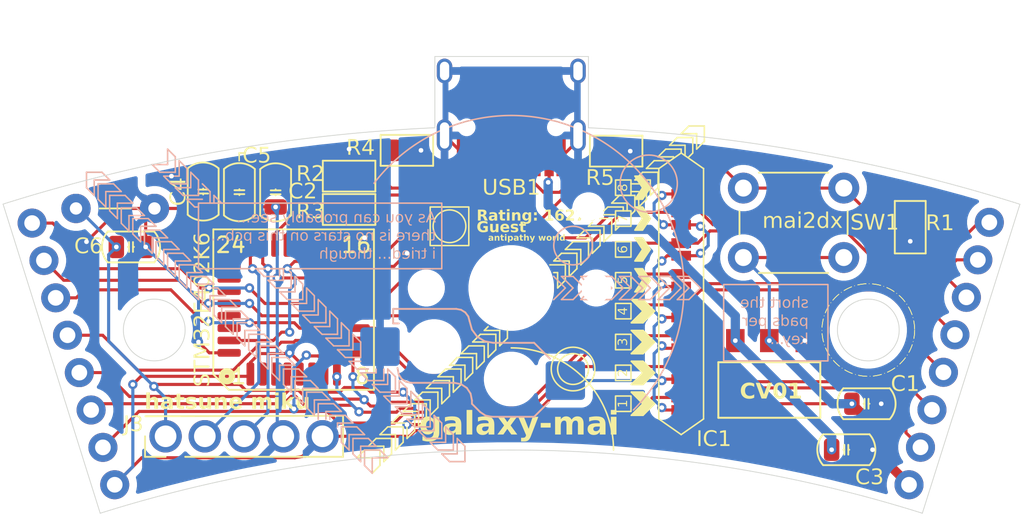
<source format=kicad_pcb>
(kicad_pcb (version 20241229) (generator "pcbnew") (generator_version "9.0")
  (layers (0 "F.Cu" signal) (2 "B.Cu" signal) (13 "F.Paste" user) (15 "B.Paste" user) (5 "F.SilkS" user "F.Silkscreen") (7 "B.SilkS" user "B.Silkscreen") (1 "F.Mask" user) (3 "B.Mask" user) (25 "Edge.Cuts" user))
  (net 0 "")
  (net 1 "Net-(U1-PA12)")
  (net 2 "/BTN2")
  (net 3 "/BTN8")
  (net 4 "/BTN6")
  (net 5 "/BTN5")
  (net 6 "/BTN3")
  (net 7 "+3.3V")
  (net 8 "/BTN7")
  (net 9 "/BTN4")
  (net 10 "/BTN1")
  (net 11 "GND")
  (net 13 "5V")
  (net 14 "/RST")
  (net 15 "/SWCLK")
  (net 16 "/SWDIO")
  (net 17 "Net-(JMP_BTN1-A)")
  (net 18 "Net-(U1-PB8-BOOT0)")
  (net 20 "Net-(U1-PA11)")
  (net 21 "Net-(USB1-CC2)")
  (net 22 "Net-(USB1-CC1)")
  (net 36 "/D+")
  (net 37 "/D-")
  (footprint "Button_Switch_THT:SW_PUSH_6mm" (layer "F.Cu") (at 165.025 93.525)
    (property "Reference" "SW1")
    (property "Value" "Push_Button")
  )
  (footprint "PCM_SparkFun-Jumper:Jumper_2_NO_NoSilk" (layer "F.Cu") (at 161 105.5 -90)
    (property "Reference" "JMP_BTN2")
    (property "Value" "~")
  )
  (footprint "PCM_Capacitor_SMD_Handsoldering_AKL:C_0805_2012Metric" (layer "F.Cu") (at 134.743622 93.8 90)
    (property "Reference" "C2")
    (property "Value" "100uF" (hide yes))
  )
  (footprint "PCM_Capacitor_SMD_Handsoldering_AKL:C_0805_2012Metric" (layer "F.Cu") (at 132.398958 93.790126 90)
    (property "Reference" "C5")
    (property "Value" "100uF" (hide yes))
  )
  (footprint "PCM_SparkFun-Connector:1x08_P2.54mm" (layer "F.Cu") (at 124.3267 112.75 107.5)
    (property "Reference" "J1")
    (property "Value" "DNP")
  )
  (footprint "PCM_SparkFun-Jumper:Jumper_2_NO_NoSilk" (layer "F.Cu") (at 161 93.5 -90)
    (property "Reference" "JMP_BTN8")
    (property "Value" "~")
  )
  (footprint "PCM_Resistor_SMD_AKL:R_0805_2012Metric" (layer "F.Cu") (at 175.83 96.06 90)
    (property "Reference" "R1")
    (property "Value" "10k" (hide yes))
  )
  (footprint "PCM_SL_Jumpers:JUP_P5.08mm" (layer "F.Cu") (at 124.36 94.845)
    (property "Reference" "JP1" (hide yes))
    (property "Value" "DNP")
  )
  (footprint "PCM_SparkFun-Jumper:Jumper_2_NO_NoSilk" (layer "F.Cu") (at 161 95.5 -90)
    (property "Reference" "JMP_BTN7")
    (property "Value" "~")
  )
  (footprint "PCM_SparkFun-Jumper:Jumper_2_NO_NoSilk" (layer "F.Cu") (at 161 97.5 -90)
    (property "Reference" "JMP_BTN6")
    (property "Value" "~")
  )
  (footprint "PCM_Resistor_SMD_AKL:R_0805_2012Metric" (layer "F.Cu") (at 139.5 94.911394 180)
    (property "Reference" "R3")
    (property "Value" "22" (hide yes))
  )
  (footprint "PCM_Capacitor_SMD_Handsoldering_AKL:C_0805_2012Metric" (layer "F.Cu") (at 130.0544 93.75 90)
    (property "Reference" "C4")
    (property "Value" "100uF" (hide yes))
  )
  (footprint "extern:HRO-TYPE-C-31-M-12-HandSoldering" (layer "F.Cu") (at 150 83.335 180)
    (property "Reference" "USB1")
    (property "Value" "HRO-TYPE-C-31-M-12")
  )
  (footprint "PCM_SparkFun-Jumper:Jumper_2_NO_NoSilk" (layer "F.Cu") (at 161 103.5 -90)
    (property "Reference" "JMP_BTN3")
    (property "Value" "~")
  )
  (footprint "PCM_SparkFun-Jumper:Jumper_2_NO_NoSilk" (layer "F.Cu") (at 161 101.5 -90)
    (property "Reference" "JMP_BTN4")
    (property "Value" "~")
  )
  (footprint "PCM_Package_QFP_AKL:LQFP-32_7x7mm_P0.8mm" (layer "F.Cu") (at 135.9096 101.401 90)
    (property "Reference" "STM32F402K6")
    (property "Value" "~" (hide yes))
  )
  (footprint "PCM_Resistor_SMD_AKL:R_0805_2012Metric" (layer "F.Cu") (at 143.2425 91.08)
    (property "Reference" "R4")
    (property "Value" "5.1k" (hide yes))
  )
  (footprint "PCM_SparkFun-Connector:1x08_P2.54mm" (layer "F.Cu") (at 175.75 112.75 73)
    (property "Reference" "J2")
    (property "Value" "DNP")
  )
  (footprint "PCM_Resistor_SMD_AKL:R_0805_2012Metric" (layer "F.Cu") (at 139.5 92.75 180)
    (property "Reference" "R2")
    (property "Value" "22" (hide yes))
  )
  (footprint "PCM_Switch_Keyboard_Hotswap_Kailh:SW_Hotswap_Kailh_Choc_V1V2" (layer "F.Cu") (at 150 100 180)
    (property "Reference" "CH1" (hide yes))
    (property "Value" "choc_v2_SW_HS")
  )
  (footprint "PCM_SparkFun-Jumper:Jumper_2_NO_NoSilk" (layer "F.Cu") (at 161 107.5 90)
    (property "Reference" "JMP_BTN1")
    (property "Value" "~")
  )
  (footprint "PCM_SparkFun-Jumper:Jumper_2_NO_NoSilk" (layer "F.Cu") (at 161 99.5 -90)
    (property "Reference" "JMP_BTN5")
    (property "Value" "~")
  )
  (footprint "PCM_Resistor_SMD_AKL:R_0805_2012Metric" (layer "F.Cu") (at 156.79 91.13 180)
    (property "Reference" "R5")
    (property "Value" "5.1k" (hide yes))
  )
  (footprint "PCM_Capacitor_SMD_Handsoldering_AKL:C_0805_2012Metric" (layer "F.Cu") (at 171.6909 110.48)
    (property "Reference" "C3")
    (property "Value" "100nF" (hide yes))
  )
  (footprint "PCM_Capacitor_SMD_Handsoldering_AKL:C_0805_2012Metric" (layer "F.Cu") (at 125.3818 97.34 180)
    (property "Reference" "C6")
    (property "Value" "100uF" (hide yes))
  )
  (footprint "PCM_4ms_Package_SOT:SOT223" (layer "F.Cu") (at 166.705 106.61 180)
    (property "Reference" "IC1")
    (property "Value" "LD1117-3.3V-SOT223" (hide yes))
  )
  (footprint "PCM_fab:PinHeader_01x05_P2.54mm_Vertical_THT_D1.4mm" (layer "F.Cu") (at 127.62 109.61 90)
    (property "Reference" "J3")
    (property "Value" "DNP")
  )
  (footprint "PCM_Capacitor_SMD_Handsoldering_AKL:C_0805_2012Metric" (layer "F.Cu") (at 173 107.5 180)
    (property "Reference" "C1")
    (property "Value" "10uF" (hide yes))
  )
  (gr_line (start 154.5 97.5) (end 153.5 97.5) (stroke (width 0.1)) (layer "F.SilkS"))
  (gr_line (start 148.25 103.75) (end 148.25 104.75) (stroke (width 0.1)) (layer "F.SilkS"))
  (gr_line (start 144.5 106.5) (end 145 106) (stroke (width 0.1)) (layer "F.SilkS"))
  (gr_line (start 146 107) (end 145.5 107.5) (stroke (width 0.1)) (layer "F.SilkS"))
  (gr_line (start 132.384545 91.25) (end 132.384545 91.75) (stroke (width 0.1)) (layer "F.SilkS"))
  (gr_line (start 154 97) (end 155 97) (stroke (width 0.1)) (layer "F.SilkS"))
  (gr_line (start 142.5 109.5) (end 141.5 109.5) (stroke (width 0.1)) (layer "F.SilkS"))
  (gr_line (start 155.75 97.25) (end 155.75 96.25) (stroke (width 0.1)) (layer "F.SilkS"))
  (gr_line (start 158.75 94.25) (end 158.75 93.25) (stroke (width 0.1)) (layer "F.SilkS"))
  (gr_line (start 140.5 110.5) (end 141.5 110.5) (stroke (width 0.1)) (layer "F.SilkS"))
  (gr_line (start 146.25 105.75) (end 145.25 105.75) (stroke (width 0.1)) (layer "F.SilkS"))
  (gr_line (start 148.5 104.5) (end 148.5 103.5) (stroke (width 0.1)) (layer "F.SilkS"))
  (gr_line (start 144.5 107.5) (end 144.5 108.5) (stroke (width 0.1)) (layer "F.SilkS"))
  (gr_line (start 159.275 107.5) (end 158.525 106.75) (stroke (width 0.1)) (layer "F.SilkS"))
  (gr_poly (pts (xy 157.775 104.75) (xy 158.525 104.75) (xy 159.275 105.5) (xy 158.525 106.25) (xy 157.775 106.25) (xy 158.525 105.5)) (stroke (width 0.1)) (fill yes) (layer "F.SilkS"))
  (gr_line (start 147 106) (end 147 105) (stroke (width 0.1)) (layer "F.SilkS"))
  (gr_line (start 156.25 94.75) (end 156 95) (stroke (width 0.1)) (layer "F.SilkS"))
  (gr_line (start 144.5 108.5) (end 144 109) (stroke (width 0.1)) (layer "F.SilkS"))
  (gr_line (start 156 95.25) (end 156.75 95.25) (stroke (width 0.1)) (layer "F.SilkS"))
  (gr_line (start 157.775 104.75) (end 158.525 105.5) (stroke (width 0.1)) (layer "F.SilkS"))
  (gr_line (start 143 108) (end 143.5 107.5) (stroke (width 0.1)) (layer "F.SilkS"))
  (gr_line (start 157.25 95) (end 157.25 94.75) (stroke (width 0.1)) (layer "F.SilkS"))
  (gr_line (start 156 96) (end 155 96) (stroke (width 0.1)) (layer "F.SilkS"))
  (gr_line (start 159.551931 108.486051) (end 159.551931 92.263949) (stroke (width 0.1)) (layer "F.SilkS"))
  (gr_line (start 157.75 95.25) (end 158 95) (stroke (width 0.1)) (layer "F.SilkS"))
  (gr_line (start 143.75 109.25) (end 143.25 109.75) (stroke (width 0.1)) (layer "F.SilkS"))
  (gr_line (start 153 100) (end 153 99) (stroke (width 0.1)) (layer "F.SilkS"))
  (gr_line (start 161.75 90.25) (end 160.75 90.25) (stroke (width 0.1)) (layer "F.SilkS"))
  (gr_line (start 157.775 106.75) (end 158.525 107.5) (stroke (width 0.1)) (layer "F.SilkS"))
  (gr_line (start 147.5 105.5) (end 147 106) (stroke (width 0.1)) (layer "F.SilkS"))
  (gr_rect (start 156.75 103) (end 157.75 104) (stroke (width 0.1)) (fill no) (layer "F.SilkS"))
  (gr_line (start 160 91) (end 159.5 91.5) (stroke (width 0.1)) (layer "F.SilkS"))
  (gr_line (start 157 94) (end 156.5 94.5) (stroke (width 0.1)) (layer "F.SilkS"))
  (gr_line (start 149.75 103.25) (end 149.25 103.75) (stroke (width 0.1)) (layer "F.SilkS"))
  (gr_line (start 154.5 98.5) (end 154.5 97.5) (stroke (width 0.1)) (layer "F.SilkS"))
  (gr_line (start 145.5 106.5) (end 144.5 106.5) (stroke (width 0.1)) (layer "F.SilkS"))
  (gr_line (start 161 90) (end 161.5 89.5) (stroke (width 0.1)) (layer "F.SilkS"))
  (gr_line (start 159.275 107.5) (end 158.525 108.25) (stroke (width 0.1)) (layer "F.SilkS"))
  (gr_line (start 161 91.25) (end 161 91) (stroke (width 0.1)) (layer "F.SilkS"))
  (gr_line (start 158.525 106.75) (end 157.775 106.75) (stroke (width 0.1)) (layer "F.SilkS"))
  (gr_line (start 161 91.25) (end 159.551931 92.263949) (stroke (width 0.1)) (layer "F.SilkS"))
  (gr_line (start 157.75 93.25) (end 157.75 93.25) (stroke (width 0.1)) (layer "F.SilkS"))
  (gr_line (start 158.75 93.25) (end 157.75 93.25) (stroke (width 0.1)) (layer "F.SilkS"))
  (gr_line (start 160.25 90.75) (end 161.25 90.75) (stroke (width 0.1)) (layer "F.SilkS"))
  (gr_line (start 153.5 97.5) (end 154 97) (stroke (width 0.1)) (layer "F.SilkS"))
  (gr_line (start 157.775 102.25) (end 158.525 102.25) (stroke (width 0.1)) (layer "F.SilkS"))
  (gr_line (start 143 110) (end 142.5 110.5) (stroke (width 0.1)) (layer "F.SilkS"))
  (gr_line (start 142.25 109.75) (end 142.25 110.75) (stroke (width 0.1)) (layer "F.SilkS"))
  (gr_line (start 147.75 105.25) (end 147.75 104.25) (stroke (width 0.1)) (layer "F.SilkS"))
  (gr_line (start 155.75 96.25) (end 154.75 96.25) (stroke (width 0.1)) (layer "F.SilkS"))
  (gr_line (start 143.75 107.25) (end 144.25 106.75) (stroke (width 0.1)) (layer "F.SilkS"))
  (gr_line (start 147.75 104.25) (end 146.75 104.25) (stroke (width 0.1)) (layer "F.SilkS"))
  (gr_line (start 144 109) (end 144 108) (stroke (width 0.1)) (layer "F.SilkS"))
  (gr_line (start 143.25 109.75) (end 143.25 108.75) (stroke (width 0.1)) (layer "F.SilkS"))
  (gr_line (start 153.75 99.25) (end 153.75 98.25) (stroke (width 0.1)) (layer "F.SilkS"))
  (gr_line (start 159.5 92.5) (end 158.5 92.5) (stroke (width 0.1)) (layer "F.SilkS"))
  (gr_line (start 160.75 90.25) (end 160.25 90.75) (stroke (width 0.1)) (layer "F.SilkS"))
  (gr_line (start 153.5 99.5) (end 153 100) (stroke (width 0.1)) (layer "F.SilkS"))
  (gr_line (start 153.5 98.5) (end 153.5 99.5) (stroke (width 0.1)) (layer "F.SilkS"))
  (gr_line (start 141.5 111.5) (end 141 112) (stroke (width 0.1)) (layer "F.SilkS"))
  (gr_line (start 162 91) (end 162 90) (stroke (width 0.1)) (layer "F.SilkS"))
  (gr_line (start 160.5 91.5) (end 160.5 91.573531) (stroke (width 0.1)) (layer "F.SilkS"))
  (gr_line (start 142.25 110.75) (end 141.75 111.25) (stroke (width 0.1)) (layer "F.SilkS"))
  (gr_line (start 143.75 108.25) (end 143.75 109.25) (stroke (width 0.1)) (layer "F.SilkS"))
  (gr_line (start 159.25 91.75) (end 158.75 92.25) (stroke (width 0.1)) (layer "F.SilkS"))
  (gr_line (start 154.25 96.75) (end 155.25 96.75) (stroke (width 0.1)) (layer "F.SilkS"))
  (gr_line (start 156.5 96.5) (end 156 97) (stroke (width 0.1)) (layer "F.SilkS"))
  (gr_rect (start 156.75 95) (end 157.75 96) (stroke (width 0.1)) (fill no) (layer "F.SilkS"))
  (gr_line (start 159.275 103.5) (end 158.525 102.75) (stroke (width 0.1)) (layer "F.SilkS"))
  (gr_line (start 157.75 93.75) (end 158.25 93.75) (stroke (width 0.1)) (layer "F.SilkS"))
  (gr_line (start 160.999999 91.25) (end 162.448068 92.263949) (stroke (width 0.1)) (layer "F.SilkS"))
  (gr_line (start 142 109) (end 143 109) (stroke (width 0.1)) (layer "F.SilkS"))
  (gr_rect (start 144.75 94.75) (end 147.25 97.25) (stroke (width 0.1)) (fill no) (layer "F.SilkS"))
  (gr_poly (pts (xy 158 92.75) (xy 158.5 92.75) (xy 159 93.5) (xy 158.5 94.25) (xy 158 94.25) (xy 158.5 93.5)) (stroke (width 0.1)) (fill yes) (layer "F.SilkS"))
  (gr_line (start 148 103) (end 149 103) (stroke (width 0.1)) (layer "F.SilkS"))
  (gr_line (start 159.5 91.5) (end 160.5 91.5) (stroke (width 0.1)) (layer "F.SilkS"))
  (gr_line (start 145.25 106.75) (end 145.25 107.75) (stroke (width 0.1)) (layer "F.SilkS"))
  (gr_line (start 157.775 106.25) (end 158.525 105.5) (stroke (width 0.1)) (layer "F.SilkS"))
  (gr_line (start 161 91) (end 160 91) (stroke (width 0.1)) (layer "F.SilkS"))
  (gr_line (start 140 111) (end 140.5 110.5) (stroke (width 0.1)) (layer "F.SilkS"))
  (gr_line (start 146.75 105.25) (end 146.75 106.25) (stroke (width 0.1)) (layer "F.SilkS"))
  (gr_line (start 149.25 102.75) (end 148.25 102.75) (stroke (width 0.1)) (layer "F.SilkS"))
  (gr_circle (center 146 96) (end 146.75 95.25) (stroke (width 0.1)) (fill no) (layer "F.SilkS"))
  (gr_circle (center 154 105.25) (end 155 106.25) (stroke (width 0.1)) (fill no) (layer "F.SilkS"))
  (gr_poly (pts (xy 157.775 100.75) (xy 158.525 100.75) (xy 159.275 101.5) (xy 158.525 102.25) (xy 157.775 102.25) (xy 158.525 101.5)) (stroke (width 0.1)) (fill yes) (layer "F.SilkS"))
  (gr_line (start 147 105) (end 146 105) (stroke (width 0.1)) (layer "F.SilkS"))
  (gr_line (start 156.5 95.5) (end 156.5 96.5) (stroke (width 0.1)) (layer "F.SilkS"))
  (gr_line (start 156.5 94.5) (end 157.5 94.5) (stroke (width 0.1)) (layer "F.SilkS"))
  (gr_line (start 157.775 108.25) (end 158.525 107.5) (stroke (width 0.1)) (layer "F.SilkS"))
  (gr_line (start 145.75 105.25) (end 146.75 105.25) (stroke (width 0.1)) (layer "F.SilkS"))
  (gr_line (start 157.25 94.75) (end 156.25 94.75) (stroke (width 0.1)) (layer "F.SilkS"))
  (gr_poly (pts (xy 158 94.75) (xy 158.5 94.75) (xy 159 95.5) (xy 158.5 96.25) (xy 158 96.25) (xy 158.5 95.5)) (stroke (width 0.1)) (fill yes) (layer "F.SilkS"))
  (gr_line (start 146.75 104.25) (end 147.25 103.75) (stroke (width 0.1)) (layer "F.SilkS"))
  (gr_poly (pts (xy 158 96.75) (xy 158.5 96.75) (xy 159 97.5) (xy 158.5 98.25) (xy 158 98.25) (xy 158.5 97.5)) (stroke (width 0.1)) (fill yes) (layer "F.SilkS"))
  (gr_line (start 152.5 98.5) (end 153.5 98.5) (stroke (width 0.1)) (layer "F.SilkS"))
  (gr_line (start 160.999999 109.5) (end 162.448068 108.486051) (stroke (width 0.1)) (layer "F.SilkS"))
  (gr_line (start 141.5 110.5) (end 141.5 111.5) (stroke (width 0.1)) (layer "F.SilkS"))
  (gr_line (start 149.75 102.75) (end 149.75 103.25) (stroke (width 0.1)) (layer "F.SilkS"))
  (gr_line (start 152.75 98.25) (end 153.25 97.75) (stroke (width 0.1)) (layer "F.SilkS"))
  (gr_line (start 154.25 98.75) (end 153.75 99.25) (stroke (width 0.1)) (layer "F.SilkS"))
  (gr_line (start 143.25 108.75) (end 142.25 108.75) (stroke (width 0.1)) (layer "F.SilkS"))
  (gr_line (start 159.275 105.5) (end 158.525 106.25) (stroke (width 0.1)) (layer "F.SilkS"))
  (gr_line (start 157.775 102.75) (end 158.525 103.5) (stroke (width 0.1)) (layer "F.SilkS"))
  (gr_line (start 162.5 90.5) (end 162 91) (stroke (width 0.1)) (layer "F.SilkS"))
  (gr_line (start 159.5 93.5) (end 159.5 92.5) (stroke (width 0.1)) (layer "F.SilkS"))
  (gr_line (start 141.25 109.75) (end 142.25 109.75) (stroke (width 0.1)) (layer "F.SilkS"))
  (gr_rect (start 156.75 97) (end 157.75 98) (stroke (width 0.1)) (fill no) (layer "F.SilkS"))
  (gr_line (start 159.275 101.5) (end 158.525 100.75) (stroke (width 0.1)) (layer "F.SilkS"))
  (gr_line (start 156.75 96) (end 156.75 96.25) (stroke (width 0.1)) (layer "F.SilkS"))
  (gr_poly (pts (xy 158 98.75) (xy 158.5 98.75) (xy 159 99.5) (xy 158.5 100.25) (xy 158 100.25) (xy 158.5 99.5)) (stroke (width 0.1)) (fill yes) (layer "F.SilkS"))
  (gr_line (start 155.75 95.5) (end 156.5 95.5) (stroke (width 0.1)) (layer "F.SilkS"))
  (gr_line (start 159 93) (end 159 94) (stroke (width 0.1)) (layer "F.SilkS"))
  (gr_line (start 147.5 104.5) (end 147.5 105.5) (stroke (width 0.1)) (layer "F.SilkS"))
  (gr_line (start 158.525 102.75) (end 157.775 102.75) (stroke (width 0.1)) (layer "F.SilkS"))
  (gr_line (start 146.25 106.75) (end 146.25 105.75) (stroke (width 0.1)) (layer "F.SilkS"))
  (gr_line (start 142.75 108.25) (end 143.75 108.25) (stroke (width 0.1)) (layer "F.SilkS"))
  (gr_line (start 154.25 97.75) (end 154.25 98.75) (stroke (width 0.1)) (layer "F.SilkS"))
  (gr_line (start 145.25 105.75) (end 145.75 105.25) (stroke (width 0.1)) (layer "F.SilkS"))
  (gr_line (start 141.75 111.25) (end 141.75 110.25) (stroke (width 0.1)) (layer "F.SilkS"))
  (gr_line (start 153.25 97.75) (end 154.25 97.75) (stroke (width 0.1)) (layer "F.SilkS"))
  (gr_line (start 158 93) (end 159 93) (stroke (width 0.1)) (layer "F.SilkS"))
  (gr_line (start 157.775 104.25) (end 158.525 103.5) (stroke (width 0.1)) (layer "F.SilkS"))
  (gr_line (start 158.525 100.75) (end 157.775 100.75) (stroke (width 0.1)) (layer "F.SilkS"))
  (gr_line (start 161.25 90.75) (end 161.25 91.401125) (stroke (width 0.1)) (layer "F.SilkS"))
  (gr_line (start 142.5 110.5) (end 142.5 109.5) (stroke (width 0.1)) (layer "F.SilkS"))
  (gr_rect (start 156.75 93) (end 157.75 94) (stroke (width 0.1)) (fill no) (layer "F.SilkS"))
  (gr_line (start 147.25 103.75) (end 148.25 103.75) (stroke (width 0.1)) (layer "F.SilkS"))
  (gr_line (start 161.5 89.5) (end 162.5 89.5) (stroke (width 0.1)) (layer "F.SilkS"))
  (gr_line (start 141 112) (end 141 111) (stroke (width 0.1)) (layer "F.SilkS"))
  (gr_line (start 155.25 97.75) (end 155.75 97.25) (stroke (width 0.1)) (layer "F.SilkS"))
  (gr_line (start 157.775 106.25) (end 158.525 106.25) (stroke (width 0.1)) (layer "F.SilkS"))
  (gr_line (start 153.75 98.25) (end 152.75 98.25) (stroke (width 0.1)) (layer "F.SilkS"))
  (gr_line (start 158.5 92.5) (end 158 93) (stroke (width 0.1)) (layer "F.SilkS"))
  (gr_line (start 159 94) (end 159.5 93.5) (stroke (width 0.1)) (layer "F.SilkS"))
  (gr_line (start 157.775 100.75) (end 158.525 101.5) (stroke (width 0.1)) (layer "F.SilkS"))
  (gr_line (start 144.75 108.25) (end 144.75 107.25) (stroke (width 0.1)) (layer "F.SilkS"))
  (gr_line (start 147.5 103.5) (end 148 103) (stroke (width 0.1)) (layer "F.SilkS"))
  (gr_line (start 158.525 104.75) (end 157.775 104.75) (stroke (width 0.1)) (layer "F.SilkS"))
  (gr_line (start 148.25 104.75) (end 147.75 105.25) (stroke (width 0.1)) (layer "F.SilkS"))
  (gr_line (start 161.451276 91.548724) (end 161.75 91.25) (stroke (width 0.1)) (layer "F.SilkS"))
  (gr_line (start 154.75 96.25) (end 154.25 96.75) (stroke (width 0.1)) (layer "F.SilkS"))
  (gr_rect (start 156.75 101) (end 157.75 102) (stroke (width 0.1)) (fill no) (layer "F.SilkS"))
  (gr_circle (center 173.114303 102.722012) (end 176.114303 102.722012) (stroke (width 0.05) (type dash_dot)) (fill no) (layer "F.SilkS"))
  (gr_arc (start 150 103.880899) (mid 154.680411 105.819589) (end 156.619101 110.5) (stroke (width 0.1)) (layer "F.SilkS"))
  (gr_line (start 159.275 105.5) (end 158.525 104.75) (stroke (width 0.1)) (layer "F.SilkS"))
  (gr_line (start 144.25 106.75) (end 145.25 106.75) (stroke (width 0.1)) (layer "F.SilkS"))
  (gr_line (start 158.75 92.25) (end 159.551931 92.25) (stroke (width 0.1)) (layer "F.SilkS"))
  (gr_line (start 156.75 96.25) (end 157 96) (stroke (width 0.1)) (layer "F.SilkS"))
  (gr_line (start 155 96) (end 155.25 95.75) (stroke (width 0.1)) (layer "F.SilkS"))
  (gr_line (start 142.25 108.75) (end 142.75 108.25) (stroke (width 0.1)) (layer "F.SilkS"))
  (gr_line (start 153 99) (end 152.75 99) (stroke (width 0.1)) (layer "F.SilkS"))
  (gr_line (start 161 109.5) (end 159.551931 108.486051) (stroke (width 0.1)) (layer "F.SilkS"))
  (gr_line (start 157.5 94.5) (end 157.5 95) (stroke (width 0.1)) (layer "F.SilkS"))
  (gr_rect (start 156.75 105) (end 157.75 106) (stroke (width 0.1)) (fill no) (layer "F.SilkS"))
  (gr_line (start 160.25 91.75) (end 159.25 91.75) (stroke (width 0.1)) (layer "F.SilkS"))
  (gr_line (start 146 106) (end 146 107) (stroke (width 0.1)) (layer "F.SilkS"))
  (gr_line (start 144.75 107.25) (end 143.75 107.25) (stroke (width 0.1)) (layer "F.SilkS"))
  (gr_line (start 155.25 96.75) (end 155.25 97.75) (stroke (width 0.1)) (layer "F.SilkS"))
  (gr_line (start 162.5 89.5) (end 162.5 90.5) (stroke (width 0.1)) (layer "F.SilkS"))
  (gr_line (start 161.75 91.25) (end 161.75 90.25) (stroke (width 0.1)) (layer "F.SilkS"))
  (gr_line (start 141 111) (end 140 111) (stroke (width 0.1)) (layer "F.SilkS"))
  (gr_line (start 162.448068 108.486051) (end 162.448068 92.25) (stroke (width 0.1)) (layer "F.SilkS"))
  (gr_line (start 158 94) (end 157 94) (stroke (width 0.1)) (layer "F.SilkS"))
  (gr_line (start 158 95) (end 158 94) (stroke (width 0.1)) (layer "F.SilkS"))
  (gr_line (start 146 105) (end 146.5 104.5) (stroke (width 0.1)) (layer "F.SilkS"))
  (gr_line (start 145.5 107.5) (end 145.5 106.5) (stroke (width 0.1)) (layer "F.SilkS"))
  (gr_line (start 140.75 110.25) (end 141.25 109.75) (stroke (width 0.1)) (layer "F.SilkS"))
  (gr_line (start 148.25 102.75) (end 148.5 102.5) (stroke (width 0.1)) (layer "F.SilkS"))
  (gr_line (start 146.75 106.25) (end 146.25 106.75) (stroke (width 0.1)) (layer "F.SilkS"))
  (gr_rect (start 156.75 99) (end 157.75 100) (stroke (width 0.1)) (fill no) (layer "F.SilkS"))
  (gr_rect (start 156.75 107) (end 157.75 108) (stroke (width 0.1)) (fill no) (layer "F.SilkS"))
  (gr_line (start 141.5 109.5) (end 142 109) (stroke (width 0.1)) (layer "F.SilkS"))
  (gr_circle (center 154 105.25) (end 155 105.25) (stroke (width 0.1)) (fill no) (layer "F.SilkS"))
  (gr_line (start 156 97) (end 156 96) (stroke (width 0.1)) (layer "F.SilkS"))
  (gr_line (start 144 108) (end 143 108) (stroke (width 0.1)) (layer "F.SilkS"))
  (gr_line (start 157.775 108.25) (end 158.525 108.25) (stroke (width 0.1)) (layer "F.SilkS"))
  (gr_line (start 158.25 94.25) (end 158.25 94.75) (stroke (width 0.1)) (layer "F.SilkS"))
  (gr_line (start 162 90) (end 161 90) (stroke (width 0.1)) (layer "F.SilkS"))
  (gr_line (start 159.275 103.5) (end 158.525 104.25) (stroke (width 0.1)) (layer "F.SilkS"))
  (gr_line (start 158.25 94.75) (end 158.75 94.25) (stroke (width 0.1)) (layer "F.SilkS"))
  (gr_line (start 159.275 101.5) (end 158.525 102.25) (stroke (width 0.1)) (layer "F.SilkS"))
  (gr_line (start 143 109) (end 143 110) (stroke (width 0.1)) (layer "F.SilkS"))
  (gr_poly (pts (xy 157.775 102.75) (xy 158.525 102.75) (xy 159.275 103.5) (xy 158.525 104.25) (xy 157.775 104.25) (xy 158.525 103.5)) (stroke (width 0.1)) (fill yes) (layer "F.SilkS"))
  (gr_line (start 155 98) (end 154.5 98.5) (stroke (width 0.1)) (layer "F.SilkS"))
  (gr_line (start 149 103) (end 149 104) (stroke (width 0.1)) (layer "F.SilkS"))
  (gr_line (start 145.25 107.75) (end 144.75 108.25) (stroke (width 0.1)) (layer "F.SilkS"))
  (gr_line (start 143.5 107.5) (end 144.5 107.5) (stroke (width 0.1)) (layer "F.SilkS"))
  (gr_line (start 145 106) (end 146 106) (stroke (width 0.1)) (layer "F.SilkS"))
  (gr_line (start 149.25 103.75) (end 149.25 102.75) (stroke (width 0.1)) (layer "F.SilkS"))
  (gr_poly (pts (xy 157.775 106.75) (xy 158.525 106.75) (xy 159.275 107.5) (xy 158.525 108.25) (xy 157.775 108.25) (xy 158.525 107.5)) (stroke (width 0.1)) (fill yes) (layer "F.SilkS"))
  (gr_line (start 155 97) (end 155 98) (stroke (width 0.1)) (layer "F.SilkS"))
  (gr_line (start 157.775 104.25) (end 158.525 104.25) (stroke (width 0.1)) (layer "F.SilkS"))
  (gr_line (start 149 104) (end 148.5 104.5) (stroke (width 0.1)) (layer "F.SilkS"))
  (gr_line (start 157.775 102.25) (end 158.525 101.5) (stroke (width 0.1)) (layer "F.SilkS"))
  (gr_line (start 148.5 103.5) (end 147.5 103.5) (stroke (width 0.1)) (layer "F.SilkS"))
  (gr_line (start 141.75 110.25) (end 140.75 110.25) (stroke (width 0.1)) (layer "F.SilkS"))
  (gr_line (start 146.5 104.5) (end 147.5 104.5) (stroke (width 0.1)) (layer "F.SilkS"))
  (gr_line (start 132.75 91.25) (end 132.384545 91.25) (stroke (width 0.1)) (layer "F.SilkS"))
  (gr_line (start 154.75 100) (end 154 100.75) (stroke (width 0.1)) (layer "B.SilkS"))
  (gr_line (start 135.75 105.75) (end 136.75 105.75) (stroke (width 0.1)) (layer "B.SilkS"))
  (gr_line (start 135.25 104.25) (end 134.75 103.75) (stroke (width 0.1)) (layer "B.SilkS"))
  (gr_line (start 145 109.25) (end 144 109.25) (stroke (width 0.1)) (layer "B.SilkS"))
  (gr_line (start 136.75 105.75) (end 136.25 105.25) (stroke (width 0.1)) (layer "B.SilkS"))
  (gr_line (start 144.25 108.5) (end 143.25 108.5) (stroke (width 0.1)) (layer "B.SilkS"))
  (gr_line (start 158.5 100) (end 157.75 99.25) (stroke (width 0.1)) (layer "B.SilkS"))
  (gr_line (start 128.5 91.75) (end 128.5 92.75) (stroke (width 0.1)) (layer "B.SilkS"))
  (gr_line (start 137.5 100.75) (end 137.5 101.75) (stroke (width 0.1)) (layer "B.SilkS"))
  (gr_line (start 131.5 102.5) (end 132 103) (stroke (width 0.1)) (layer "B.SilkS"))
  (gr_line (start 130 94.25) (end 129 94.25) (stroke (width 0.1)) (layer "B.SilkS"))
  (gr_line (start 133 104) (end 133.5 104.5) (stroke (width 0.1)) (layer "B.SilkS"))
  (gr_line (start 126.25 96.25) (end 126.25 97.25) (stroke (width 0.1)) (layer "B.SilkS"))
  (gr_line (start 143.25 106.5) (end 142.75 106) (stroke (width 0.1)) (layer "B.SilkS"))
  (gr_line (start 138.5 103.75) (end 139.5 103.75) (stroke (width 0.1)) (layer "B.SilkS"))
  (gr_line (start 139.75 108.75) (end 139.25 108.25) (stroke (width 0.1)) (layer "B.SilkS"))
  (gr_line (start 137 106) (end 136 106) (stroke (width 0.1)) (layer "B.SilkS"))
  (gr_line (start 132 102) (end 133 102) (stroke (width 0.1)) (layer "B.SilkS"))
  (gr_line (start 132.5 101.5) (end 131.5 101.5) (stroke (width 0.1)) (layer "B.SilkS"))
  (gr_line (start 133.5 98.75) (end 134 99.25) (stroke (width 0.1)) (layer "B.SilkS"))
  (gr_line (start 128.25 99.25) (end 128.25 98.25) (stroke (width 0.1)) (layer "B.SilkS"))
  (gr_line (start 139 108) (end 138.5 107.5) (stroke (width 0.1)) (layer "B.SilkS"))
  (gr_line (start 162.25 100) (end 161.5 99.25) (stroke (width 0.1)) (layer "B.SilkS"))
  (gr_line (start 159.5 100.75) (end 160.25 100) (stroke (width 0.1)) (layer "B.SilkS"))
  (gr_line (start 142 111) (end 141.5 110.5) (stroke (width 0.1)) (layer "B.SilkS"))
  (gr_line (start 160.75 100.75) (end 161.5 100) (stroke (width 0.1)) (layer "B.SilkS"))
  (gr_line (start 159.75 100) (end 159 100.75) (stroke (width 0.1)) (layer "B.SilkS"))
  (gr_line (start 138.25 102.5) (end 137.25 102.5) (stroke (width 0.1)) (layer "B.SilkS"))
  (gr_line (start 129.5 94.75) (end 129.75 94.75) (stroke (width 0.1)) (layer "B.SilkS"))
  (gr_line (start 125.5 95.5) (end 125.5 96.5) (stroke (width 0.1)) (layer "B.SilkS"))
  (gr_line (start 138.75 102) (end 138.25 101.5) (stroke (width 0.1)) (layer "B.SilkS"))
  (gr_line (start 144 109.25) (end 144.5 109.75) (stroke (width 0.1)) (layer "B.SilkS"))
  (gr_line (start 128.25 98.25) (end 129.25 98.25) (stroke (width 0.1)) (layer "B.SilkS"))
  (gr_line (start 132.75 102.75) (end 133.75 102.75) (stroke (width 0.1)) (layer "B.SilkS"))
  (gr_line (start 139.75 110.75) (end 140.25 111.25) (stroke (width 0.1)) (layer "B.SilkS"))
  (gr_circle (center 154 97.25) (end 155.25 97.25) (stroke (width 0.1)) (fill no) (layer "B.SilkS"))
  (gr_line (start 126.75 97.75) (end 126.75 96.75) (stroke (width 0.1)) (layer "B.SilkS"))
  (gr_line (start 155.25 100.75) (end 154.5 100.75) (stroke (width 0.1)) (layer "B.SilkS"))
  (gr_line (start 127.75 98.75) (end 128.25 99.25) (stroke (width 0.1)) (layer "B.SilkS"))
  (gr_line (start 144 107.195) (end 143.5 106.695) (stroke (width 0.1)) (layer "B.SilkS"))
  (gr_line (start 127.5 98.5) (end 127.5 97.5) (stroke (width 0.1)) (layer "B.SilkS"))
  (gr_line (start 132.25 103.25) (end 132.75 103.75) (stroke (width 0.1)) (layer "B.SilkS"))
  (gr_line (start 135.5 104.5) (end 134.5 104.5) (stroke (width 0.1)) (layer "B.SilkS"))
  (gr_line (start 137 102.25) (end 138 102.25) (stroke (width 0.1)) (layer "B.SilkS"))
  (gr_line (start 130.5 94.5) (end 130.5 93.75) (stroke (width 0.1)) (layer "B.SilkS"))
  (gr_line (start 138 108.5) (end 138 108) (stroke (width 0.1)) (layer "B.SilkS"))
  (gr_arc (start 141.115168 93.213265) (mid 157.36251 91.586115) (end 157.905694 107.905694) (stroke (width 0.1)) (layer "B.SilkS"))
  (gr_line (start 131.75 100.75) (end 130.75 100.75) (stroke (width 0.1)) (layer "B.SilkS"))
  (gr_line (start 144.75 108) (end 144.25 107.5) (stroke (width 0.1)) (layer "B.SilkS"))
  (gr_line (start 136 106) (end 136 107) (stroke (width 0.1)) (layer "B.SilkS"))
  (gr_line (start 134.25 99.5) (end 134.75 100) (stroke (width 0.1)) (layer "B.SilkS"))
  (gr_line (start 128.75 94) (end 129.75 94) (stroke (width 0.1)) (layer "B.SilkS"))
  (gr_line (start 129 94.25) (end 129.5 94.75) (stroke (width 0.1)) (layer "B.SilkS"))
  (gr_line (start 139 110) (end 139.5 110.5) (stroke (width 0.1)) (layer "B.SilkS"))
  (gr_line (start 130 101) (end 130.5 101.5) (stroke (width 0.1)) (layer "B.SilkS"))
  (gr_line (start 128.25 92.5) (end 128.25 91.5) (stroke (width 0.1)) (layer "B.SilkS"))
  (gr_line (start 140.5 111.5) (end 141 112) (stroke (width 0.1)) (layer "B.SilkS"))
  (gr_line (start 156 100) (end 155.25 100.75) (stroke (width 0.1)) (layer "B.SilkS"))
  (gr_line (start 136 100.25) (end 135 100.25) (stroke (width 0.1)) (layer "B.SilkS"))
  (gr_line (start 153.25 99.25) (end 154 99.25) (stroke (width 0.1)) (layer "B.SilkS"))
  (gr_line (start 143.5 107.695) (end 142.5 107.695) (stroke (width 0.1)) (layer "B.SilkS"))
  (gr_line (start 133.75 102.75) (end 133.25 102.25) (stroke (width 0.1)) (layer "B.SilkS"))
  (gr_line (start 123.25 94.25) (end 123.75 94.75) (stroke (width 0.1)) (layer "B.SilkS"))
  (gr_line (start 139 103.25) (end 138 103.25) (stroke (width 0.1)) (layer "B.SilkS"))
  (gr_line (start 154 100.75) (end 153.25 100.75) (stroke (width 0.1)) (layer "B.SilkS"))
  (gr_line (start 142.75 106) (end 142.75 107) (stroke (width 0.1)) (layer "B.SilkS"))
  (gr_line (start 131 100) (end 130 100) (stroke (width 0.1)) (layer "B.SilkS"))
  (gr_line (start 138.25 107.25) (end 137.75 106.75) (stroke (width 0.1)) (layer "B.SilkS"))
  (gr_line (start 135 100.25) (end 135.5 100.75) (stroke (width 0.1)) (layer "B.SilkS"))
  (gr_line (start 123 94) (end 123 93) (stroke (width 0.1)) (layer "B.SilkS"))
  (gr_line (start 128.5 99.5) (end 129 100) (stroke (width 0.1)) (layer "B.SilkS"))
  (gr_rect (start 163.75 99.775) (end 170.5 104.725) (stroke (width 0.1)) (fill no) (layer "B.SilkS"))
  (gr_line (start 127.25 92.5) (end 128.25 92.5) (stroke (width 0.1)) (layer "B.SilkS"))
  (gr_line (start 134.75 103.75) (end 133.75 103.75) (stroke (width 0.1)) (layer "B.SilkS"))
  (gr_line (start 135.25 99.5) (end 134.25 99.5) (stroke (width 0.1)) (layer "B.SilkS"))
  (gr_rect (start 129.75 94.5) (end 145.5 98.75) (stroke (width 0.1)) (fill no) (layer "B.SilkS"))
  (gr_line (start 139.75 104) (end 138.75 104) (stroke (width 0.1)) (layer "B.SilkS"))
  (gr_line (start 146 111.25) (end 147 111.25) (stroke (width 0.1)) (layer "B.SilkS"))
  (gr_line (start 135.25 105.25) (end 135.25 106.25) (stroke (width 0.1)) (layer "B.SilkS"))
  (gr_line (start 141.25 105.25) (end 141.25 105.5) (stroke (width 0.1)) (layer "B.SilkS"))
  (gr_line (start 130.75 94) (end 130.75 94.5) (stroke (width 0.1)) (layer "B.SilkS"))
  (gr_line (start 127.75 97.75) (end 127.75 98.75) (stroke (width 0.1)) (layer "B.SilkS"))
  (gr_line (start 143 108.195) (end 144 108.195) (stroke (width 0.1)) (layer "B.SilkS"))
  (gr_line (start 156.5 100.75) (end 155.75 100.75) (stroke (width 0.1)) (layer "B.SilkS"))
  (gr_line (start 139 102.25) (end 139 103.25) (stroke (width 0.1)) (layer "B.SilkS"))
  (gr_line (start 140.25 104.5) (end 140.25 103.5) (stroke (width 0.1)) (layer "B.SilkS"))
  (gr_line (start 145.5 108.75) (end 145 108.25) (stroke (width 0.1)) (layer "B.SilkS"))
  (gr_line (start 145.75 110) (end 144.75 110) (stroke (width 0.1)) (layer "B.SilkS"))
  (gr_line (start 137.25 102.5) (end 137.75 103) (stroke (width 0.1)) (layer "B.SilkS"))
  (gr_line (start 138.75 103) (end 138.75 102) (stroke (width 0.1)) (layer "B.SilkS"))
  (gr_line (start 144.5 109.75) (end 145.5 109.75) (stroke (width 0.1)) (layer "B.SilkS"))
  (gr_line (start 139.5 109.5) (end 140.5 109.5) (stroke (width 0.1)) (layer "B.SilkS"))
  (gr_line (start 138 102.25) (end 138 101.25) (stroke (width 0.1)) (layer "B.SilkS"))
  (gr_line (start 130.5 93.75) (end 130 93.25) (stroke (width 0.1)) (layer "B.SilkS"))
  (gr_line (start 124.25 93.25) (end 123.25 93.25) (stroke (width 0.1)) (layer "B.SilkS"))
  (gr_line (start 130 100) (end 130 101) (stroke (width 0.1)) (layer "B.SilkS"))
  (gr_line (start 126.25 95.305) (end 125.75 94.805) (stroke (width 0.1)) (layer "B.SilkS"))
  (gr_line (start 132 103) (end 132 102) (stroke (width 0.1)) (layer "B.SilkS"))
  (gr_line (start 139.5 103.75) (end 139.5 102.75) (stroke (width 0.1)) (layer "B.SilkS"))
  (gr_line (start 136.75 101) (end 135.75 101) (stroke (width 0.1)) (layer "B.SilkS"))
  (gr_line (start 134.25 105.25) (end 134.25 104.25) (stroke (width 0.1)) (layer "B.SilkS"))
  (gr_line (start 123.5 92.5) (end 122.5 92.5) (stroke (width 0.1)) (layer "B.SilkS"))
  (gr_line (start 133.75 104.75) (end 134.25 105.25) (stroke (width 0.1)) (layer "B.SilkS"))
  (gr_line (start 155.75 99.25) (end 156.5 99.25) (stroke (width 0.1)) (layer "B.SilkS"))
  (gr_line (start 145.5 109.75) (end 145.5 108.75) (stroke (width 0.1)) (layer "B.SilkS"))
  (gr_line (start 134.5 98.75) (end 133.5 98.75) (stroke (width 0.1)) (layer "B.SilkS"))
  (gr_line (start 145.5 110.75) (end 146 111.25) (stroke (width 0.1)) (layer "B.SilkS"))
  (gr_line (start 122.5 92.5) (end 122.5 93.5) (stroke (width 0.1)) (layer "B.SilkS"))
  (gr_line (start 127.75 91) (end 127.75 92) (stroke (width 0.1)) (layer "B.SilkS"))
  (gr_line (start 137.25 107.25) (end 138.25 107.25) (stroke (width 0.1)) (layer "B.SilkS"))
  (gr_line (start 161 100) (end 160.25 99.25) (stroke (width 0.1)) (layer "B.SilkS"))
  (gr_line (start 129.25 93.5) (end 128.25 93.5) (stroke (width 0.1)) (layer "B.SilkS"))
  (gr_line (start 132.25 102.25) (end 132.25 103.25) (stroke (width 0.1)) (layer "B.SilkS"))
  (gr_line (start 140.5 110.5) (end 140.5 111.5) (stroke (width 0.1)) (layer "B.SilkS"))
  (gr_line (start 126 97) (end 126 96) (stroke (width 0.1)) (layer "B.SilkS"))
  (gr_line (start 134 99.25) (end 135 99.25) (stroke (width 0.1)) (layer "B.SilkS"))
  (gr_line (start 141.75 107) (end 142.25 107.5) (stroke (width 0.1)) (layer "B.SilkS"))
  (gr_line (start 138 101.25) (end 137.5 100.75) (stroke (width 0.1)) (layer "B.SilkS"))
  (gr_line (start 136.5 101.75) (end 137 102.25) (stroke (width 0.1)) (layer "B.SilkS"))
  (gr_line (start 145 108.25) (end 145 109.25) (stroke (width 0.1)) (layer "B.SilkS"))
  (gr_line (start 130.75 99.75) (end 130.25 99.25) (stroke (width 0.1)) (layer "B.SilkS"))
  (gr_line (start 154.5 99.25) (end 155.25 99.25) (stroke (width 0.1)) (layer "B.SilkS"))
  (gr_line (start 144.25 107.5) (end 144.25 108.5) (stroke (width 0.1)) (layer "B.SilkS"))
  (gr_line (start 125.5 94.5) (end 125 94) (stroke (width 0.1)) (layer "B.SilkS"))
  (gr_line (start 124.5 95.5) (end 124.5 94.5) (stroke (width 0.1)) (layer "B.SilkS"))
  (gr_line (start 128 97) (end 127 97) (stroke (width 0.1)) (layer "B.SilkS"))
  (gr_line (start 134.5 103.5) (end 134 103) (stroke (width 0.1)) (layer "B.SilkS"))
  (gr_line (start 137.5 101.75) (end 136.5 101.75) (stroke (width 0.1)) (layer "B.SilkS"))
  (gr_line (start 128.25 91.5) (end 127.75 91) (stroke (width 0.1)) (layer "B.SilkS"))
  (gr_line (start 125.25 96.305) (end 125.25 95.305) (stroke (width 0.1)) (layer "B.SilkS"))
  (gr_line (start 136.25 101.5) (end 137.25 101.5) (stroke (width 0.1)) (layer "B.SilkS"))
  (gr_line (start 129 93.25) (end 129 92.25) (stroke (width 0.1)) (layer "B.SilkS"))
  (gr_line (start 140.25 110.25) (end 141.25 110.25) (stroke (width 0.1)) (layer "B.SilkS"))
  (gr_line (start 129.25 92.5) (end 129.25 93.5) (stroke (width 0.1)) (layer "B.SilkS"))
  (gr_line (start 128.5 97.5) (end 128 97) (stroke (width 0.1)) (layer "B.SilkS"))
  (gr_line (start 135.25 98.75) (end 135.25 99.5) (stroke (width 0.1)) (layer "B.SilkS"))
  (gr_line (start 140 105.25) (end 140.75 105.25) (stroke (width 0.1)) (layer "B.SilkS"))
  (gr_line (start 141 112) (end 141 111) (stroke (width 0.1)) (layer "B.SilkS"))
  (gr_line (start 137.25 108.25) (end 137.25 107.25) (stroke (width 0.1)) (layer "B.SilkS"))
  (gr_line (start 157 99.25) (end 157.75 100) (stroke (width 0.1)) (layer "B.SilkS"))
  (gr_line (start 124.75 94.805) (end 124.75 95.805) (stroke (width 0.1)) (layer "B.SilkS"))
  (gr_circle (center 158.90008 93.233275) (end 160.75 93.233275) (stroke (width 0.1)) (fill no) (layer "B.SilkS"))
  (gr_line (start 128.75 97.75) (end 127.75 97.75) (stroke (width 0.1)) (layer "B.SilkS"))
  (gr_line (start 140 109) (end 139 109) (stroke (width 0.1)) (layer "B.SilkS"))
  (gr_line (start 130.75 100.75) (end 130.75 101.75) (stroke (width 0.1)) (layer "B.SilkS"))
  (gr_line (start 124 94) (end 124 95) (stroke (width 0.1)) (layer "B.SilkS"))
  (gr_line (start 123.25 93.25) (end 123.25 94.25) (stroke (width 0.1)) (layer "B.SilkS"))
  (gr_line (start 142.5 105.75) (end 142 105.25) (stroke (width 0.1)) (layer "B.SilkS"))
  (gr_line (start 140.5 109.5) (end 140 109) (stroke (width 0.1)) (layer "B.SilkS"))
  (gr_line (start 128.5 98.5) (end 128.5 99.5) (stroke (width 0.1)) (layer "B.SilkS"))
  (gr_line (start 135.5 100.75) (end 136.5 100.75) (stroke (width 0.1)) (layer "B.SilkS"))
  (gr_line (start 131.25 94.5) (end 130.75 94) (stroke (width 0.1)) (layer "B.SilkS"))
  (gr_line (start 123 93) (end 124 93) (stroke (width 0.1)) (layer "B.SilkS"))
  (gr_line (start 155.75 100.75) (end 156.5 100) (stroke (width 0.1)) (layer "B.SilkS"))
  (gr_line (start 144.75 110) (end 145.25 110.5) (stroke (width 0.1)) (layer "B.SilkS"))
  (gr_line (start 159.75 100) (end 159 99.25) (stroke (width 0.1)) (layer "B.SilkS"))
  (gr_line (start 140.75 109.75) (end 139.75 109.75) (stroke (width 0.1)) (layer "B.SilkS"))
  (gr_line (start 146.25 110.5) (end 146.25 109.5) (stroke (width 0.1)) (layer "B.SilkS"))
  (gr_line (start 138.75 109) (end 138.75 108.75) (stroke (width 0.1)) (layer "B.SilkS"))
  (gr_line (start 137.75 106.75) (end 136.75 106.75) (stroke (width 0.1)) (layer "B.SilkS"))
  (gr_line (start 142.75 107) (end 141.75 107) (stroke (width 0.1)) (layer "B.SilkS"))
  (gr_line (start 158.5 100) (end 157.75 100.75) (stroke (width 0.1)) (layer "B.SilkS"))
  (gr_line (start 141.5 110.5) (end 140.5 110.5) (stroke (width 0.1)) (layer "B.SilkS"))
  (gr_line (start 124.75 93.75) (end 124.25 93.25) (stroke (width 0.1)) (layer "B.SilkS"))
  (gr_line (start 136 105) (end 135.5 104.5) (stroke (width 0.1)) (layer "B.SilkS"))
  (gr_line (start 153.25 100.75) (end 154 100) (stroke (width 0.1)) (layer "B.SilkS"))
  (gr_line (start 142.5 106.75) (end 142.5 105.75) (stroke (width 0.1)) (layer "B.SilkS"))
  (gr_line (start 139 109) (end 139 110) (stroke (width 0.1)) (layer "B.SilkS"))
  (gr_line (start 129.75 100.75) (end 129.75 99.75) (stroke (width 0.1)) (layer "B.SilkS"))
  (gr_line (start 138.25 101.5) (end 138.25 102.5) (stroke (width 0.1)) (layer "B.SilkS"))
  (gr_line (start 123.75 94.75) (end 123.75 93.75) (stroke (width 0.1)) (layer "B.SilkS"))
  (gr_line (start 134 103) (end 133 103) (stroke (width 0.1)) (layer "B.SilkS"))
  (gr_line (start 140.75 106) (end 141.75 106) (stroke (width 0.1)) (layer "B.SilkS"))
  (gr_line (start 138.75 108.75) (end 139.75 108.75) (stroke (width 0.1)) (layer "B.SilkS"))
  (gr_line (start 134.5 104.5) (end 134.5 105.5) (stroke (width 0.1)) (layer "B.SilkS"))
  (gr_line (start 141.75 106) (end 141.75 105.25) (stroke (width 0.1)) (layer "B.SilkS"))
  (gr_line (start 136 107) (end 136.5 107.5) (stroke (width 0.1)) (layer "B.SilkS"))
  (gr_line (start 135.75 106.75) (end 135.75 105.75) (stroke (width 0.1)) (layer "B.SilkS"))
  (gr_line (start 154.5 99.25) (end 155.25 100) (stroke (width 0.1)) (layer "B.SilkS"))
  (gr_line (start 153.5 100) (end 152.75 99.25) (stroke (width 0.1)) (layer "B.SilkS"))
  (gr_line (start 136.5 106.5) (end 137.5 106.5) (stroke (width 0.1)) (layer "B.SilkS"))
  (gr_line (start 153.5 100) (end 152.75 100.75) (stroke (width 0.1)) (layer "B.SilkS"))
  (gr_line (start 133 103) (end 133 104) (stroke (width 0.1)) (layer "B.SilkS"))
  (gr_line (start 138.75 104) (end 139.25 104.5) (stroke (width 0.1)) (layer "B.SilkS"))
  (gr_line (start 124.5 94.5) (end 125.5 94.5) (stroke (width 0.1)) (layer "B.SilkS"))
  (gr_line (start 161 100) (end 160.25 100.75) (stroke (width 0.1)) (layer "B.SilkS"))
  (gr_line (start 129.25 98.25) (end 128.75 97.75) (stroke (width 0.1)) (layer "B.SilkS"))
  (gr_line (start 128.5 92.75) (end 127.5 92.75) (stroke (width 0.1)) (layer "B.SilkS"))
  (gr_line (start 134.25 104.25) (end 135.25 104.25) (stroke (width 0.1)) (layer "B.SilkS"))
  (gr_line (start 137.25 101.5) (end 137.25 100.5) (stroke (width 0.1)) (layer "B.SilkS"))
  (gr_line (start 124 93) (end 123.5 92.5) (stroke (width 0.1)) (layer "B.SilkS"))
  (gr_line (start 142.5 107.695) (end 143 108.195) (stroke (width 0.1)) (layer "B.SilkS"))
  (gr_line (start 140.25 105.5) (end 140.75 106) (stroke (width 0.1)) (layer "B.SilkS"))
  (gr_line (start 132.75 103.75) (end 132.75 102.75) (stroke (width 0.1)) (layer "B.SilkS"))
  (gr_line (start 133.5 103.5) (end 134.5 103.5) (stroke (width 0.1)) (layer "B.SilkS"))
  (gr_line (start 137.5 107.5) (end 137.5 108.5) (stroke (width 0.1)) (layer "B.SilkS"))
  (gr_line (start 137.75 103) (end 138.75 103) (stroke (width 0.1)) (layer "B.SilkS"))
  (gr_line (start 157.25 100) (end 156.5 99.25) (stroke (width 0.1)) (layer "B.SilkS"))
  (gr_line (start 126.75 96.75) (end 127.75 96.75) (stroke (width 0.1)) (layer "B.SilkS"))
  (gr_line (start 129 100) (end 129 99) (stroke (width 0.1)) (layer "B.SilkS"))
  (gr_line (start 159 100.75) (end 158.25 100.75) (stroke (width 0.1)) (layer "B.SilkS"))
  (gr_line (start 129.75 93) (end 129.25 92.5) (stroke (width 0.1)) (layer "B.SilkS"))
  (gr_line (start 146.25 109.5) (end 145.75 109) (stroke (width 0.1)) (layer "B.SilkS"))
  (gr_line (start 127 98) (end 127.5 98.5) (stroke (width 0.1)) (layer "B.SilkS"))
  (gr_line (start 139.25 108.25) (end 138.25 108.25) (stroke (width 0.1)) (layer "B.SilkS"))
  (gr_line (start 136.5 107.5) (end 136.5 106.5) (stroke (width 0.1)) (layer "B.SilkS"))
  (gr_line (start 147 110.25) (end 146.5 109.75) (stroke (width 0.1)) (layer "B.SilkS"))
  (gr_line (start 146.5 109.75) (end 146.5 110.75) (stroke (width 0.1)) (layer "B.SilkS"))
  (gr_line (start 129 99) (end 130 99) (stroke (width 0.1)) (layer "B.SilkS"))
  (gr_line (start 139.5 102.75) (end 139 102.25) (stroke (width 0.1)) (layer "B.SilkS"))
  (gr_line (start 155.75 99.25) (end 156.5 100) (stroke (width 0.1)) (layer "B.SilkS"))
  (gr_line (start 157 99.25) (end 157.75 99.25) (stroke (width 0.1)) (layer "B.SilkS"))
  (gr_line (start 125.5 96.5) (end 126 97) (stroke (width 0.1)) (layer "B.SilkS"))
  (gr_line (start 135.75 101) (end 136.25 101.5) (stroke (width 0.1)) (layer "B.SilkS"))
  (gr_line (start 125 94) (end 124 94) (stroke (width 0.1)) (layer "B.SilkS"))
  (gr_line (start 131.5 100.5) (end 131 100) (stroke (width 0.1)) (layer "B.SilkS"))
  (gr_line (start 147 111.25) (end 147 110.25) (stroke (width 0.1)) (layer "B.SilkS"))
  (gr_line (start 153.25 99.25) (end 154 100) (stroke (width 0.1)) (layer "B.SilkS"))
  (gr_line (start 157 100.75) (end 157.75 100) (stroke (width 0.1)) (layer "B.SilkS"))
  (gr_line (start 127 96) (end 126.5 95.5) (stroke (width 0.1)) (layer "B.SilkS"))
  (gr_line (start 145.25 110.5) (end 146.25 110.5) (stroke (width 0.1)) (layer "B.SilkS"))
  (gr_line (start 154.5 100.75) (end 155.25 100) (stroke (width 0.1)) (layer "B.SilkS"))
  (gr_line (start 141.25 105.5) (end 140.25 105.5) (stroke (width 0.1)) (layer "B.SilkS"))
  (gr_line (start 124.75 95.805) (end 125.25 96.305) (stroke (width 0.1)) (layer "B.SilkS"))
  (gr_line (start 129.75 94) (end 129.75 93) (stroke (width 0.1)) (layer "B.SilkS"))
  (gr_line (start 135.25 106.25) (end 135.75 106.75) (stroke (width 0.1)) (layer "B.SilkS"))
  (gr_line (start 143.25 108.5) (end 143.75 109) (stroke (width 0.1)) (layer "B.SilkS"))
  (gr_line (start 129.25 99.25) (end 129.25 100.25) (stroke (width 0.1)) (layer "B.SilkS"))
  (gr_line (start 126 96) (end 127 96) (stroke (width 0.1)) (layer "B.SilkS"))
  (gr_line (start 136.75 107.75) (end 137.25 108.25) (stroke (width 0.1)) (layer "B.SilkS"))
  (gr_line (start 123.75 93.75) (end 124.75 93.75) (stroke (width 0.1)) (layer "B.SilkS"))
  (gr_line (start 160.25 100.75) (end 159.5 100.75) (stroke (width 0.1)) (layer "B.SilkS"))
  (gr_line (start 139.5 110.5) (end 139.5 109.5) (stroke (width 0.1)) (layer "B.SilkS"))
  (gr_line (start 142.25 107.5) (end 143.25 107.5) (stroke (width 0.1)) (layer "B.SilkS"))
  (gr_line (start 128 93.25) (end 129 93.25) (stroke (width 0.1)) (layer "B.SilkS"))
  (gr_line (start 156 100) (end 155.25 99.25) (stroke (width 0.1)) (layer "B.SilkS"))
  (gr_line (start 135 105) (end 136 105) (stroke (width 0.1)) (layer "B.SilkS"))
  (gr_line (start 136 99.25) (end 136 100.25) (stroke (width 0.1)) (layer "B.SilkS"))
  (gr_line (start 141 106.25) (end 141.5 106.75) (stroke (width 0.1)) (layer "B.SilkS"))
  (gr_line (start 124 95) (end 124.5 95.5) (stroke (width 0.1)) (layer "B.SilkS"))
  (gr_line (start 129.75 99.75) (end 130.75 99.75) (stroke (width 0.1)) (layer "B.SilkS"))
  (gr_line (start 136.25 105.25) (end 135.25 105.25) (stroke (width 0.1)) (layer "B.SilkS"))
  (gr_line (start 139.5 104.75) (end 140 105.25) (stroke (width 0.1)) (layer "B.SilkS"))
  (gr_line (start 161.5 100.75) (end 160.75 100.75) (stroke (width 0.1)) (layer "B.SilkS"))
  (gr_line (start 159.5 99.25) (end 160.25 100) (stroke (width 0.1)) (layer "B.SilkS"))
  (gr_line (start 125.25 95.305) (end 126.25 95.305) (stroke (width 0.1)) (layer "B.SilkS"))
  (gr_line (start 139.25 104.5) (end 140.25 104.5) (stroke (width 0.1)) (layer "B.SilkS"))
  (gr_line (start 136.75 106.75) (end 136.75 107.75) (stroke (width 0.1)) (layer "B.SilkS"))
  (gr_line (start 127 97) (end 127 98) (stroke (width 0.1)) (layer "B.SilkS"))
  (gr_line (start 130.75 101.75) (end 131.25 102.25) (stroke (width 0.1)) (layer "B.SilkS"))
  (gr_line (start 126.5 95.5) (end 125.5 95.5) (stroke (width 0.1)) (layer "B.SilkS"))
  (gr_line (start 136.75 100) (end 136.75 101) (stroke (width 0.1)) (layer "B.SilkS"))
  (gr_line (start 157.75 100.75) (end 157 100.75) (stroke (width 0.1)) (layer "B.SilkS"))
  (gr_line (start 128.25 93.5) (end 128.75 94) (stroke (width 0.1)) (layer "B.SilkS"))
  (gr_line (start 159.5 99.25) (end 160.25 99.25) (stroke (width 0.1)) (layer "B.SilkS"))
  (gr_line (start 137.25 100.5) (end 136.75 100) (stroke (width 0.1)) (layer "B.SilkS"))
  (gr_line (start 143.75 109) (end 144.75 109) (stroke (width 0.1)) (layer "B.SilkS"))
  (gr_line (start 135.75 100) (end 135.75 99) (stroke (width 0.1)) (layer "B.SilkS"))
  (gr_line (start 133 102) (end 132.5 101.5) (stroke (width 0.1)) (layer "B.SilkS"))
  (gr_line (start 126.75 92) (end 127.25 92.5) (stroke (width 0.1)) (layer "B.SilkS"))
  (gr_line (start 133.5 104.5) (end 133.5 103.5) (stroke (width 0.1)) (layer "B.SilkS"))
  (gr_line (start 162.25 100) (end 161.5 100.75) (stroke (width 0.1)) (layer "B.SilkS"))
  (gr_line (start 130.25 99.25) (end 129.25 99.25) (stroke (width 0.1)) (layer "B.SilkS"))
  (gr_line (start 133.75 103.75) (end 133.75 104.75) (stroke (width 0.1)) (layer "B.SilkS"))
  (gr_line (start 144 108.195) (end 144 107.195) (stroke (width 0.1)) (layer "B.SilkS"))
  (gr_line (start 135 99.25) (end 135 98.75) (stroke (width 0.1)) (layer "B.SilkS"))
  (gr_line (start 125.75 94.805) (end 124.75 94.805) (stroke (width 0.1)) (layer "B.SilkS"))
  (gr_line (start 134.75 100) (end 135.75 100) (stroke (width 0.1)) (layer "B.SilkS"))
  (gr_line (start 131.25 101.25) (end 132.25 101.25) (stroke (width 0.1)) (layer "B.SilkS"))
  (gr_line (start 130.5 101.5) (end 130.5 100.5) (stroke (width 0.1)) (layer "B.SilkS"))
  (gr_line (start 143.25 107.5) (end 143.25 106.5) (stroke (width 0.1)) (layer "B.SilkS"))
  (gr_line (start 141.5 106.75) (end 142.5 106.75) (stroke (width 0.1)) (layer "B.SilkS"))
  (gr_line (start 129.5 98.5) (end 128.5 98.5) (stroke (width 0.1)) (layer "B.SilkS"))
  (gr_line (start 146.5 110.75) (end 145.5 110.75) (stroke (width 0.1)) (layer "B.SilkS"))
  (gr_line (start 144.75 109) (end 144.75 108) (stroke (width 0.1)) (layer "B.SilkS"))
  (gr_line (start 139.75 103) (end 139.75 104) (stroke (width 0.1)) (layer "B.SilkS"))
  (gr_line (start 154.75 100) (end 154 99.25) (stroke (width 0.1)) (layer "B.SilkS"))
  (gr_line (start 127.75 96.75) (end 127.25 96.25) (stroke (width 0.1)) (layer "B.SilkS"))
  (gr_line (start 145.75 109) (end 145.75 110) (stroke (width 0.1)) (layer "B.SilkS"))
  (gr_line (start 140.25 103.5) (end 139.75 103) (stroke (width 0.1)) (layer "B.SilkS"))
  (gr_line (start 135.75 99) (end 135.5 98.75) (stroke (width 0.1)) (layer "B.SilkS"))
  (gr_line (start 160.75 99.25) (end 161.5 99.25) (stroke (width 0.1)) (layer "B.SilkS"))
  (gr_line (start 135 106) (end 135 105) (stroke (width 0.1)) (layer "B.SilkS"))
  (gr_line (start 158.25 99.25) (end 159 99.25) (stroke (width 0.1)) (layer "B.SilkS"))
  (gr_line (start 141.25 110.25) (end 140.75 109.75) (stroke (width 0.1)) (layer "B.SilkS"))
  (gr_line (start 129.25 100.25) (end 129.75 100.75) (stroke (width 0.1)) (layer "B.SilkS"))
  (gr_line (start 158.25 99.25) (end 159 100) (stroke (width 0.1)) (layer "B.SilkS"))
  (gr_line (start 137.5 108.5) (end 137.5 108.5) (stroke (width 0.1)) (layer "B.SilkS"))
  (gr_line (start 129 92.25) (end 128.5 91.75) (stroke (width 0.1)) (layer "B.SilkS"))
  (gr_line (start 133.25 102.25) (end 132.25 102.25) (stroke (width 0.1)) (layer "B.SilkS"))
  (gr_line (start 138.25 108.25) (end 138.25 108.5) (stroke (width 0.1)) (layer "B.SilkS"))
  (gr_line (start 142 105.25) (end 142 106.25) (stroke (width 0.1)) (layer "B.SilkS"))
  (gr_line (start 140.25 111.25) (end 140.25 110.25) (stroke (width 0.1)) (layer "B.SilkS"))
  (gr_line (start 131.5 101.5) (end 131.5 102.5) (stroke (width 0.1)) (layer "B.SilkS"))
  (gr_line (start 139.75 109.75) (end 139.75 110.75) (stroke (width 0.1)) (layer "B.SilkS"))
  (gr_line (start 122.5 93.5) (end 123 94) (stroke (width 0.1)) (layer "B.SilkS"))
  (gr_line (start 127.75 92) (end 126.75 92) (stroke (width 0.1)) (layer "B.SilkS"))
  (gr_line (start 126.25 97.25) (end 126.75 97.75) (stroke (width 0.1)) (layer "B.SilkS"))
  (gr_line (start 142 106.25) (end 141 106.25) (stroke (width 0.1)) (layer "B.SilkS"))
  (gr_line (start 130 99) (end 129.5 98.5) (stroke (width 0.1)) (layer "B.SilkS"))
  (gr_line (start 160.75 99.25) (end 161.5 100) (stroke (width 0.1)) (layer "B.SilkS"))
  (gr_line (start 158.25 100.75) (end 159 100) (stroke (width 0.1)) (layer "B.SilkS"))
  (gr_line (start 130.5 100.5) (end 131.5 100.5) (stroke (width 0.1)) (layer "B.SilkS"))
  (gr_line (start 138.5 107.5) (end 137.5 107.5) (stroke (width 0.1)) (layer "B.SilkS"))
  (gr_line (start 132.25 101.25) (end 131.75 100.75) (stroke (width 0.1)) (layer "B.SilkS"))
  (gr_line (start 127.5 92.75) (end 128 93.25) (stroke (width 0.1)) (layer "B.SilkS"))
  (gr_line (start 136.5 100.75) (end 136.5 99.75) (stroke (width 0.1)) (layer "B.SilkS"))
  (gr_line (start 143.5 106.695) (end 143.5 107.695) (stroke (width 0.1)) (layer "B.SilkS"))
  (gr_line (start 136.5 99.75) (end 136 99.25) (stroke (width 0.1)) (layer "B.SilkS"))
  (gr_line (start 131.25 102.25) (end 131.25 101.25) (stroke (width 0.1)) (layer "B.SilkS"))
  (gr_line (start 138 103.25) (end 138.5 103.75) (stroke (width 0.1)) (layer "B.SilkS"))
  (gr_line (start 141 111) (end 142 111) (stroke (width 0.1)) (layer "B.SilkS"))
  (gr_line (start 134.5 105.5) (end 135 106) (stroke (width 0.1)) (layer "B.SilkS"))
  (gr_line (start 138 108) (end 139 108) (stroke (width 0.1)) (layer "B.SilkS"))
  (gr_line (start 127.25 96.25) (end 126.25 96.25) (stroke (width 0.1)) (layer "B.SilkS"))
  (gr_line (start 157.25 100) (end 156.5 100.75) (stroke (width 0.1)) (layer "B.SilkS"))
  (gr_line (start 127.5 97.5) (end 128.5 97.5) (stroke (width 0.1)) (layer "B.SilkS"))
  (gr_line (start 137.5 106.5) (end 137 106) (stroke (width 0.1)) (layer "B.SilkS"))
  (gr_line (start 140.25 104.75) (end 139.5 104.75) (stroke (width 0.1)) (layer "B.SilkS"))
  (gr_line (start 154.992904 89.616687) (end 154.992904 85) (stroke (width 0.05)) (layer "Edge.Cuts"))
  (gr_arc (start 154.992904 89.616687) (mid 169.122868 91.185555) (end 182.930465 94.571925) (stroke (width 0.05)) (layer "Edge.Cuts"))
  (gr_line (start 145.051857 85) (end 154.992904 85) (stroke (width 0.05)) (layer "Edge.Cuts"))
  (gr_line (start 123.387538 114.59605) (end 117.099248 94.562567) (stroke (width 0.05)) (layer "Edge.Cuts"))
  (gr_arc (start 123.387537 114.59605) (mid 150 110.5) (end 176.612463 114.59605) (stroke (width 0.05)) (layer "Edge.Cuts"))
  (gr_arc (start 117.099248 94.56256) (mid 130.91453 91.17893) (end 145.051857 89.614653) (stroke (width 0.05)) (layer "Edge.Cuts"))
  (gr_line (start 176.612463 114.59605) (end 182.931305 94.569262) (stroke (width 0.05)) (layer "Edge.Cuts"))
  (gr_circle (center 173.114303 102.722012) (end 175.114303 102.722012) (stroke (width 0.05)) (fill no) (layer "Edge.Cuts"))
  (gr_circle (center 126.8857 102.722013) (end 128.8857 102.722013) (stroke (width 0.05)) (fill no) (layer "Edge.Cuts"))
  (gr_line (start 145.051857 89.614653) (end 145.051857 85) (stroke (width 0.05)) (layer "Edge.Cuts"))
  (gr_text "antipathy world" (at 148.5 97 0) (layer "F.SilkS") (effects (font (size 0.4 0.4) (thickness 0.025) (bold yes)) (justify left bottom)))
  (gr_text "mai2dx" (at 166.25 96.275 0) (layer "F.SilkS") (effects (font (size 1 1) (thickness 0.1)) (justify left bottom)))
  (gr_text "CV01" (at 166.82 107.332604 0) (layer "F.SilkS") (effects (font (size 1 1) (thickness 0.25) (bold yes)) (justify bottom)))
  (gr_text "3" (at 157.25 103.5 90) (layer "F.SilkS") (effects (font (size 0.6 0.6) (thickness 0.1))))
  (gr_text "4" (at 157.25 101.5 90) (layer "F.SilkS") (effects (font (size 0.6 0.6) (thickness 0.1))))
  (gr_text "Guest" (at 147.75 96.5 0) (layer "F.SilkS") (effects (font (size 0.7 0.7) (thickness 0.025) (bold yes)) (justify left bottom)))
  (gr_text "2" (at 157.25 105.5 90) (layer "F.SilkS") (effects (font (size 0.6 0.6) (thickness 0.1))))
  (gr_text "8" (at 157.25 93.5 90) (layer "F.SilkS") (effects (font (size 0.6 0.6) (thickness 0.1))))
  (gr_text "Rating: 16276" (at 147.75 95.75 0) (layer "F.SilkS") (effects (font (size 0.7 0.7) (thickness 0.025) (bold yes)) (justify left bottom)))
  (gr_text "hatsune miku" (at 126.25 108 0) (layer "F.SilkS") (effects (font (size 1 1) (thickness 0.25) (bold yes)) (justify left bottom)))
  (gr_text "1" (at 157.25 107.5 90) (layer "F.SilkS") (effects (font (size 0.6 0.6) (thickness 0.1))))
  (gr_text "7" (at 157.25 95.5 90) (layer "F.SilkS") (effects (font (size 0.6 0.6) (thickness 0.1))))
  (gr_text "galaxy-mai" (at 150.5 109.75 0) (layer "F.SilkS") (effects (font (size 1.5 1.5) (thickness 0.3) (bold yes)) (justify bottom)))
  (gr_text "5" (at 157.25 99.5 90) (layer "F.SilkS") (effects (font (size 0.6 0.6) (thickness 0.1))))
  (gr_text "6" (at 157.25 97.5 90) (layer "F.SilkS") (effects (font (size 0.6 0.6) (thickness 0.1))))
  (gr_text "short the \npads per \nkey..." (at 169.25 103.75 0) (layer "B.SilkS") (effects (font (size 0.7 0.7) (thickness 0.1)) (justify left bottom mirror)))
  (gr_text "As you can probably see...\nthere is no stars on this pcb...\ni tried... though" (at 145.1298 96.636 0) (layer "B.SilkS") (effects (font (size 0.7 0.7) (thickness 0.1)) (justify left mirror)))
  (segment (start 134.7096 96.476001) (end 138.435601 92.75) (width 0.2) (layer "F.Cu") (net 1))
  (segment (start 138.435601 92.75) (end 138.5875 92.75) (width 0.2) (layer "F.Cu") (net 1))
  (segment (start 134.7096 97.226) (end 134.7096 96.476001) (width 0.2) (layer "F.Cu") (net 1))
  (segment (start 175.552825 107.591665) (end 174.43516 106.474) (width 0.2) (layer "F.Cu") (net 2))
  (segment (start 137.9096 105.576) (end 137.9096 104.8116) (width 0.2) (layer "F.Cu") (net 2))
  (segment (start 174.43516 106.474) (end 164.649714 106.474) (width 0.2) (layer "F.Cu") (net 2))
  (segment (start 161 105.0936) (end 154.592251 105.0936) (width 0.2) (layer "F.Cu") (net 2))
  (segment (start 143.769239 108.45) (end 143.519239 108.2) (width 0.2) (layer "F.Cu") (net 2))
  (segment (start 176.492624 110.320986) (end 175.552825 109.381187) (width 0.2) (layer "F.Cu") (net 2))
  (segment (start 135.761084 108) (end 135.928615 107.832469) (width 0.2) (layer "F.Cu") (net 2))
  (segment (start 147.83137 108.45) (end 143.769239 108.45) (width 0.2) (layer "F.Cu") (net 2))
  (segment (start 164.649714 106.474) (end 163.269314 105.0936) (width 0.2) (layer "F.Cu") (net 2))
  (segment (start 143.519239 108.2) (end 142.980761 108.2) (width 0.2) (layer "F.Cu") (net 2))
  (segment (start 138.080603 108) (end 136.096146 108) (width 0.2) (layer "F.Cu") (net 2))
  (segment (start 154.592251 105.0936) (end 151.017222 108.668629) (width 0.2) (layer "F.Cu") (net 2))
  (segment (start 148.05 108.668629) (end 147.83137 108.45) (width 0.2) (layer "F.Cu") (net 2))
  (segment (start 123.562907 110.327559) (end 125.890466 108) (width 0.2) (layer "F.Cu") (net 2))
  (segment (start 142.430761 108.75) (end 138.830603 108.75) (width 0.2) (layer "F.Cu") (net 2))
  (segment (start 175.552825 109.381187) (end 175.552825 107.591665) (width 0.2) (layer "F.Cu") (net 2))
  (segment (start 142.980761 108.2) (end 142.430761 108.75) (width 0.2) (layer "F.Cu") (net 2))
  (segment (start 137.9096 104.8116) (end 137.5 104.402) (width 0.2) (layer "F.Cu") (net 2))
  (segment (start 136.784046 104.402) (end 136.733046 104.351) (width 0.2) (layer "F.Cu") (net 2))
  (segment (start 125.890466 108) (end 135.761084 108) (width 0.2) (layer "F.Cu") (net 2))
  (segment (start 136.096146 108) (end 135.928615 107.832469) (width 0.2) (layer "F.Cu") (net 2))
  (segment (start 138.830603 108.75) (end 138.080603 108) (width 0.2) (layer "F.Cu") (net 2))
  (segment (start 163.269314 105.0936) (end 161 105.0936) (width 0.2) (layer "F.Cu") (net 2))
  (segment (start 137.5 104.402) (end 136.784046 104.402) (width 0.2) (layer "F.Cu") (net 2))
  (segment (start 151.017222 108.668629) (end 148.05 108.668629) (width 0.2) (layer "F.Cu") (net 2))
  (via (at 135.928615 107.832469) (size 0.6) (drill 0.3) (layers "F.Cu" "B.Cu") (net 2))
  (via (at 136.733046 104.351) (size 0.6) (drill 0.3) (layers "F.Cu" "B.Cu") (net 2))
  (segment (start 135.928615 107.832469) (end 135.928615 105.155431) (width 0.2) (layer "B.Cu") (net 2))
  (segment (start 135.928615 105.155431) (end 136.733046 104.351) (width 0.2) (layer "B.Cu") (net 2))
  (segment (start 158.470671 93.0936) (end 154.814271 96.75) (width 0.2) (layer "F.Cu") (net 3))
  (segment (start 143.919239 98.5) (end 141.418239 101.001) (width 0.2) (layer "F.Cu") (net 3))
  (segment (start 145.25 98.5) (end 143.919239 98.5) (width 0.2) (layer "F.Cu") (net 3))
  (segment (start 161 93.0936) (end 158.470671 93.0936) (width 0.2) (layer "F.Cu") (net 3))
  (segment (start 164.1481 95.5) (end 161.7417 93.0936) (width 0.2) (layer "F.Cu") (net 3))
  (segment (start 129.884 100) (end 130.43131 100) (width 0.2) (layer "F.Cu") (net 3))
  (segment (start 120.309228 95.792913) (end 123.266315 98.75) (width 0.2) (layer "F.Cu") (net 3))
  (segment (start 118.980151 95.792913) (end 120.309228 95.792913) (width 0.2) (layer "F.Cu") (net 3))
  (segment (start 130.43131 100) (end 130.439289 99.992021) (width 0.2) (layer "F.Cu") (net 3))
  (segment (start 140.0846 101.001) (end 134.052 101.001) (width 0.2) (layer "F.Cu") (net 3))
  (segment (start 154.814271 96.75) (end 147 96.75) (width 0.2) (layer "F.Cu") (net 3))
  (segment (start 180.948369 95.746902) (end 180.27011 95.746902) (width 0.2) (layer "F.Cu") (net 3))
  (segment (start 177.5 98.517012) (end 175.24422 98.517012) (width 0.2) (layer "F.Cu") (net 3))
  (segment (start 123.266315 98.75) (end 128.634 98.75) (width 0.2) (layer "F.Cu") (net 3))
  (segment (start 175.24422 98.517012) (end 172.227208 95.5) (width 0.2) (layer "F.Cu") (net 3))
  (segment (start 128.634 98.75) (end 129.884 100) (width 0.2) (layer "F.Cu") (net 3))
  (segment (start 161.7417 93.0936) (end 161 93.0936) (width 0.2) (layer "F.Cu") (net 3))
  (segment (start 172.227208 95.5) (end 164.1481 95.5) (width 0.2) (layer "F.Cu") (net 3))
  (segment (start 147 96.75) (end 145.25 98.5) (width 0.2) (layer "F.Cu") (net 3))
  (segment (start 141.418239 101.001) (end 140.0846 101.001) (width 0.2) (layer "F.Cu") (net 3))
  (segment (start 134.052 101.001) (end 133.051 100) (width 0.2) (layer "F.Cu") (net 3))
  (segment (start 180.27011 95.746902) (end 177.5 98.517012) (width 0.2) (layer "F.Cu") (net 3))
  (via (at 133.051 100) (size 0.6) (drill 0.3) (layers "F.Cu" "B.Cu") (net 3))
  (via (at 130.439289 99.992021) (size 0.6) (drill 0.3) (layers "F.Cu" "B.Cu") (net 3))
  (segment (start 130.447268 100) (end 130.439289 99.992021) (width 0.2) (layer "B.Cu") (net 3))
  (segment (start 133.051 100) (end 130.447268 100) (width 0.2) (layer "B.Cu") (net 3))
  (segment (start 179.463121 100.60493) (end 178.177203 99.319012) (width 0.2) (layer "F.Cu") (net 4))
  (segment (start 120.507736 100.637795) (end 121.836813 100.637795) (width 0.2) (layer "F.Cu") (net 4))
  (segment (start 171.641892 96.302) (end 162.867239 96.302) (width 0.2) (layer "F.Cu") (net 4))
  (segment (start 140.0846 102.601) (end 141.147936 102.601) (width 0.2) (layer "F.Cu") (net 4))
  (segment (start 154 100.634378) (end 154 99.660108) (width 0.2) (layer "F.Cu") (net 4))
  (segment (start 162.867239 96.302) (end 162.075639 97.0936) (width 0.2) (layer "F.Cu") (net 4))
  (segment (start 174.658904 99.319012) (end 171.641892 96.302) (width 0.2) (layer "F.Cu") (net 4))
  (segment (start 136.3 102.601) (end 135.949 102.25) (width 0.2) (layer "F.Cu") (net 4))
  (segment (start 122.353595 100.121013) (end 127.96307 100.121013) (width 0.2) (layer "F.Cu") (net 4))
  (segment (start 121.836813 100.637795) (end 122.353595 100.121013) (width 0.2) (layer "F.Cu") (net 4))
  (segment (start 127.96307 100.121013) (end 130 102.157943) (width 0.2) (layer "F.Cu") (net 4))
  (segment (start 140.0846 102.601) (end 136.3 102.601) (width 0.2) (layer "F.Cu") (net 4))
  (segment (start 147.829065 103.624) (end 151.010378 103.624) (width 0.2) (layer "F.Cu") (net 4))
  (segment (start 154 99.660108) (end 156.566508 97.0936) (width 0.2) (layer "F.Cu") (net 4))
  (segment (start 178.177203 99.319012) (end 174.658904 99.319012) (width 0.2) (layer "F.Cu") (net 4))
  (segment (start 162.075639 97.0936) (end 161 97.0936) (width 0.2) (layer "F.Cu") (net 4))
  (segment (start 144.222936 105.676) (end 145.777065 105.676) (width 0.2) (layer "F.Cu") (net 4))
  (segment (start 130 102.157943) (end 130.4 102.157943) (width 0.2) (layer "F.Cu") (net 4))
  (segment (start 156.566508 97.0936) (end 161 97.0936) (width 0.2) (layer "F.Cu") (net 4))
  (segment (start 151.010378 103.624) (end 154 100.634378) (width 0.2) (layer "F.Cu") (net 4))
  (segment (start 135.949 102.25) (end 133.051 102.25) (width 0.2) (layer "F.Cu") (net 4))
  (segment (start 141.147936 102.601) (end 144.222936 105.676) (width 0.2) (layer "F.Cu") (net 4))
  (segment (start 145.777065 105.676) (end 147.829065 103.624) (width 0.2) (layer "F.Cu") (net 4))
  (via (at 130.4 102.157943) (size 0.6) (drill 0.3) (layers "F.Cu" "B.Cu") (net 4))
  (via (at 133.051 102.25) (size 0.6) (drill 0.3) (layers "F.Cu" "B.Cu") (net 4))
  (segment (start 130.492057 102.25) (end 130.4 102.157943) (width 0.2) (layer "B.Cu") (net 4))
  (segment (start 133.051 102.25) (end 130.492057 102.25) (width 0.2) (layer "B.Cu") (net 4))
  (segment (start 141.38225 103.401) (end 144.05825 106.077) (width 0.2) (layer "F.Cu") (net 5))
  (segment (start 153.315892 104.024) (end 147.996165 104.024) (width 0.2) (layer "F.Cu") (net 5))
  (segment (start 135.919239 103.510278) (end 136.028517 103.401) (width 0.2) (layer "F.Cu") (net 5))
  (segment (start 132.00741 105.323013) (end 132.5586 104.771823) (width 0.2) (layer "F.Cu") (net 5))
  (segment (start 175.406565 99.720012) (end 162.220012 99.720012) (width 0.2) (layer "F.Cu") (net 5))
  (segment (start 145.943165 106.077) (end 144.05825 106.077) (width 0.2) (layer "F.Cu") (net 5))
  (segment (start 178.720497 103.033944) (end 175.406565 99.720012) (width 0.2) (layer "F.Cu") (net 5))
  (segment (start 135.111172 103.510278) (end 135.919239 103.510278) (width 0.2) (layer "F.Cu") (net 5))
  (segment (start 136.028517 103.401) (end 140.0846 103.401) (width 0.2) (layer "F.Cu") (net 5))
  (segment (start 125.80833 105.323013) (end 132.00741 105.323013) (width 0.2) (layer "F.Cu") (net 5))
  (segment (start 140.0846 103.401) (end 141.38225 103.401) (width 0.2) (layer "F.Cu") (net 5))
  (segment (start 123.545553 103.060236) (end 125.80833 105.323013) (width 0.2) (layer "F.Cu") (net 5))
  (segment (start 133.528682 103.801) (end 134.82045 103.801) (width 0.2) (layer "F.Cu") (net 5))
  (segment (start 134.82045 103.801) (end 135.111172 103.510278) (width 0.2) (layer "F.Cu") (net 5))
  (segment (start 162.220012 99.720012) (end 161.5936 99.0936) (width 0.2) (layer "F.Cu") (net 5))
  (segment (start 132.5586 104.771082) (end 133.528682 103.801) (width 0.2) (layer "F.Cu") (net 5))
  (segment (start 147.996165 104.024) (end 145.943165 106.077) (width 0.2) (layer "F.Cu") (net 5))
  (segment (start 132.5586 104.771823) (end 132.5586 104.771082) (width 0.2) (layer "F.Cu") (net 5))
  (segment (start 121.271529 103.060236) (end 123.545553 103.060236) (width 0.2) (layer "F.Cu") (net 5))
  (segment (start 161.5936 99.0936) (end 161 99.0936) (width 0.2) (layer "F.Cu") (net 5))
  (segment (start 158.246292 99.0936) (end 153.315892 104.024) (width 0.2) (layer "F.Cu") (net 5))
  (segment (start 161 99.0936) (end 158.246292 99.0936) (width 0.2) (layer "F.Cu") (net 5))
  (segment (start 135.274304 107.5) (end 135.747304 107.027) (width 0.2) (layer "F.Cu") (net 6))
  (segment (start 138.7096 105.576) (end 138.709598 105.576002) (width 0.2) (layer "F.Cu") (net 6))
  (segment (start 175.417276 106.074) (end 164.8154 106.074) (width 0.2) (layer "F.Cu") (net 6))
  (segment (start 122.799115 107.905118) (end 123.204233 107.5) (width 0.2) (layer "F.Cu") (net 6))
  (segment (start 143.684924 107.8) (end 142.815075 107.8) (width 0.2) (layer "F.Cu") (net 6))
  (segment (start 150.859751 108.259) (end 148.206055 108.259) (width 0.2) (layer "F.Cu") (net 6))
  (segment (start 123.204233 107.5) (end 135.274304 107.5) (width 0.2) (layer "F.Cu") (net 6))
  (segment (start 139.722205 107.6) (end 140.140484 108.018279) (width 0.2) (layer "F.Cu") (net 6))
  (segment (start 142.565075 108.05) (end 140.172205 108.05) (width 0.2) (layer "F.Cu") (net 6))
  (segment (start 156.025151 103.0936) (end 150.859751 108.259) (width 0.2) (layer "F.Cu") (net 6))
  (segment (start 142.815075 107.8) (end 142.565075 108.05) (width 0.2) (layer "F.Cu") (net 6))
  (segment (start 177.235248 107.891972) (end 175.417276 106.074) (width 0.2) (layer "F.Cu") (net 6))
  (segment (start 161 103.0936) (end 156.025151 103.0936) (width 0.2) (layer "F.Cu") (net 6))
  (segment (start 135.747304 107.027) (end 136.042076 107.027) (width 0.2) (layer "F.Cu") (net 6))
  (segment (start 147.997055 108.05) (end 143.934925 108.05) (width 0.2) (layer "F.Cu") (net 6))
  (segment (start 161.835 103.0936) (end 161 103.0936) (width 0.2) (layer "F.Cu") (net 6))
  (segment (start 136.042076 107.027) (end 136.615076 107.6) (width 0.2) (layer "F.Cu") (net 6))
  (segment (start 164.8154 106.074) (end 161.835 103.0936) (width 0.2) (layer "F.Cu") (net 6))
  (segment (start 143.934925 108.05) (end 143.684924 107.8) (width 0.2) (layer "F.Cu") (net 6))
  (segment (start 138.709598 105.576002) (end 138.709598 105.75) (width 0.2) (layer "F.Cu") (net 6))
  (segment (start 136.615076 107.6) (end 139.722205 107.6) (width 0.2) (layer "F.Cu") (net 6))
  (segment (start 140.172205 108.05) (end 140.140484 108.018279) (width 0.2) (layer "F.Cu") (net 6))
  (segment (start 148.206055 108.259) (end 147.997055 108.05) (width 0.2) (layer "F.Cu") (net 6))
  (via (at 140.140484 108.018279) (size 0.6) (drill 0.3) (layers "F.Cu" "B.Cu") (net 6))
  (via (at 138.709598 105.75) (size 0.6) (drill 0.3) (layers "F.Cu" "B.Cu") (net 6))
  (segment (start 138.709598 106.587393) (end 140.140484 108.018279) (width 0.2) (layer "B.Cu") (net 6))
  (segment (start 138.709598 105.75) (end 138.709598 106.587393) (width 0.2) (layer "B.Cu") (net 6))
  (segment (start 126.026987 105.723013) (end 125.5 106.25) (width 0.2) (layer "F.Cu") (net 7))
  (segment (start 128.05 92.8) (end 128 92.75) (width 0.2) (layer "F.Cu") (net 7))
  (segment (start 137.78 109.61) (end 143.409239 109.61) (width 0.2) (layer "F.Cu") (net 7))
  (segment (start 143.409239 109.61) (end 143.769239 109.25) (width 0.2) (layer "F.Cu") (net 7))
  (segment (start 126.0767 111) (end 135.991584 111) (width 0.2) (layer "F.Cu") (net 7))
  (segment (start 133.1096 105.576) (end 132.962587 105.723013) (width 0.2) (layer "F.Cu") (net 7))
  (segment (start 136.3096 105.576) (end 136.3096 104.826001) (width 0.2) (layer "F.Cu") (net 7))
  (segment (start 163.393 109.5) (end 165.393 107.5) (width 0.2) (layer "F.Cu") (net 7))
  (segment (start 165.025 98.025) (end 171.525 98.025) (width 0.2) (layer "F.Cu") (net 7))
  (segment (start 130.0544 92.8) (end 128.05 92.8) (width 0.2) (layer "F.Cu") (net 7))
  (segment (start 133.685601 104.25) (end 135.609311 104.25) (width 0.2) (layer "F.Cu") (net 7))
  (segment (start 174.25 109.7) (end 174.25 111.25) (width 0.6) (layer "F.Cu") (net 7))
  (segment (start 124.3267 112.75) (end 126.0767 111) (width 0.2) (layer "F.Cu") (net 7))
  (segment (start 147.25 109.25) (end 147.5 109.5) (width 0.2) (layer "F.Cu") (net 7))
  (segment (start 136.473642 110.916358) (end 137.78 109.61) (width 0.2) (layer "F.Cu") (net 7))
  (segment (start 136.3096 104.826001) (end 135.69291 104.209311) (width 0.2) (layer "F.Cu") (net 7))
  (segment (start 140.024 97.226) (end 140.5 96.75) (width 0.2) (layer "F.Cu") (net 7))
  (segment (start 135.69291 104.209311) (end 135.65 104.209311) (width 0.2) (layer "F.Cu") (net 7))
  (segment (start 139.5 95.75) (end 139.5 91) (width 0.2) (layer "F.Cu") (net 7))
  (segment (start 174.25 111.25) (end 175.75 112.75) (width 0.6) (layer "F.Cu") (net 7))
  (segment (start 143.769239 109.25) (end 147.25 109.25) (width 0.2) (layer "F.Cu") (net 7))
  (segment (start 172.05 107.5) (end 174.25 109.7) (width 0.6) (layer "F.Cu") (net 7))
  (segment (start 132.962587 105.723013) (end 126.026987 105.723013) (width 0.2) (layer "F.Cu") (net 7))
  (segment (start 147.5 109.5) (end 163.393 109.5) (width 0.2) (layer "F.Cu") (net 7))
  (segment (start 135.991584 111) (end 136.443245 110.92036) (width 0.2) (layer "F.Cu") (net 7))
  (segment (start 130.0544 92.8) (end 134.693622 92.8) (width 0.2) (layer "F.Cu") (net 7))
  (segment (start 136.443245 110.92036) (end 136.473642 110.916358) (width 0.2) (layer "F.Cu") (net 7))
  (segment (start 134.693622 92.8) (end 134.743622 92.85) (width 0.2) (layer "F.Cu") (net 7))
  (segment (start 165.393 107.5) (end 172.05 107.5) (width 0.2) (layer "F.Cu") (net 7))
  (segment (start 135.609311 104.25) (end 135.65 104.209311) (width 0.2) (layer "F.Cu") (net 7))
  (segment (start 140.5 96.75) (end 139.5 95.75) (width 0.2) (layer "F.Cu") (net 7))
  (segment (start 138.7096 97.226) (end 140.024 97.226) (width 0.2) (layer "F.Cu") (net 7))
  (segment (start 133.1096 104.826001) (end 133.685601 104.25) (width 0.2) (layer "F.Cu") (net 7))
  (segment (start 133.1096 105.576) (end 133.1096 104.826001) (width 0.2) (layer "F.Cu") (net 7))
  (via (at 172.05 107.5) (size 0.6) (drill 0.3) (layers "F.Cu" "B.Cu") (net 7))
  (via (at 125.5 106.25) (size 0.6) (drill 0.3) (layers "F.Cu" "B.Cu") (net 7))
  (via (at 140.5 96.75) (size 0.6) (drill 0.3) (layers "F.Cu" "B.Cu") (net 7))
  (via (at 166.705 103.41) (size 0.6) (drill 0.3) (layers "F.Cu" "B.Cu") (net 7))
  (via (at 139.5 91) (size 0.6) (drill 0.3) (layers "F.Cu" "B.Cu") (net 7))
  (via (at 128 92.75) (size 0.6) (drill 0.3) (layers "F.Cu" "B.Cu") (net 7))
  (via (at 135.65 104.209311) (size 0.6) (drill 0.3) (layers "F.Cu" "B.Cu") (net 7))
  (segment (start 125.5 106.25) (end 125.5 111.5767) (width 0.2) (layer "B.Cu") (net 7))
  (segment (start 141.5 103.8) (end 141.5 97.75) (width 0.2) (layer "B.Cu") (net 7))
  (segment (start 166.705 99.705) (end 166.705 103.41) (width 0.2) (layer "B.Cu") (net 7))
  (segment (start 172.05 107.5) (end 170.795 107.5) (width 0.6) (layer "B.Cu") (net 7))
  (segment (start 170.795 107.5) (end 166.705 103.41) (width 0.6) (layer "B.Cu") (net 7))
  (segment (start 141.5 97.75) (end 140.5 96.75) (width 0.2) (layer "B.Cu") (net 7))
  (segment (start 165.025 98.025) (end 166.705 99.705) (width 0.2) (layer "B.Cu") (net 7))
  (segment (start 125.5 111.5767) (end 124.3267 112.75) (width 0.2) (layer "B.Cu") (net 7))
  (segment (start 133.852 101.801) (end 133.051 101) (width 0.2) (layer "F.Cu") (net 8))
  (segment (start 163.070239 95.901) (end 162.262839 95.0936) (width 0.2) (layer "F.Cu") (net 8))
  (segment (start 121.02859 99.5) (end 128.5 99.5) (width 0.2) (layer "F.Cu") (net 8))
  (segment (start 161 95.0936) (end 157.1564 95.0936) (width 0.2) (layer "F.Cu") (net 8))
  (segment (start 152.876 101.191278) (end 151.067278 103) (width 0.2) (layer "F.Cu") (net 8))
  (segment (start 119.743944 98.215354) (end 121.02859 99.5) (width 0.2) (layer "F.Cu") (net 8))
  (segment (start 146.853065 103) (end 145.654065 101.801) (width 0.2) (layer "F.Cu") (net 8))
  (segment (start 162.262839 95.0936) (end 161 95.0936) (width 0.2) (layer "F.Cu") (net 8))
  (segment (start 152.876 99.374) (end 152.876 101.191278) (width 0.2) (layer "F.Cu") (net 8))
  (segment (start 128.5 99.5) (end 130 101) (width 0.2) (layer "F.Cu") (net 8))
  (segment (start 178.824084 98.175916) (end 178.081988 98.918012) (width 0.2) (layer "F.Cu") (net 8))
  (segment (start 145.654065 101.801) (end 140.0846 101.801) (width 0.2) (layer "F.Cu") (net 8))
  (segment (start 151.067278 103) (end 146.853065 103) (width 0.2) (layer "F.Cu") (net 8))
  (segment (start 130 101) (end 130.4 101) (width 0.2) (layer "F.Cu") (net 8))
  (segment (start 178.081988 98.918012) (end 175.07812 98.918012) (width 0.2) (layer "F.Cu") (net 8))
  (segment (start 175.07812 98.918012) (end 172.061108 95.901) (width 0.2) (layer "F.Cu") (net 8))
  (segment (start 157.1564 95.0936) (end 152.876 99.374) (width 0.2) (layer "F.Cu") (net 8))
  (segment (start 180.205744 98.175916) (end 178.824084 98.175916) (width 0.2) (layer "F.Cu") (net 8))
  (segment (start 172.061108 95.901) (end 163.070239 95.901) (width 0.2) (layer "F.Cu") (net 8))
  (segment (start 140.0846 101.801) (end 133.852 101.801) (width 0.2) (layer "F.Cu") (net 8))
  (via (at 130.4 101) (size 0.6) (drill 0.3) (layers "F.Cu" "B.Cu") (net 8))
  (via (at 133.051 101) (size 0.6) (drill 0.3) (layers "F.Cu" "B.Cu") (net 8))
  (segment (start 133.051 101) (end 130.4 101) (width 0.2) (layer "B.Cu") (net 8))
  (segment (start 142.644949 107.40444) (end 141.950806 107.40444) (width 0.2) (layer "F.Cu") (net 9))
  (segment (start 143.850609 107.4) (end 142.64939 107.4) (width 0.2) (layer "F.Cu") (net 9))
  (segment (start 127.8329 107.027) (end 127.8339 107.028) (width 0.2) (layer "F.Cu") (net 9))
  (segment (start 148.288741 107.776) (end 147.917181 107.40444) (width 0.2) (layer "F.Cu") (net 9))
  (segment (start 139.75 104.5356) (end 139.75 105.75) (width 0.2) (layer "F.Cu") (net 9))
  (segment (start 125.277 107.027) (end 127.8329 107.027) (width 0.2) (layer "F.Cu") (net 9))
  (segment (start 147.917181 107.40444) (end 143.855049 107.40444) (width 0.2) (layer "F.Cu") (net 9))
  (segment (start 150.775651 107.776) (end 148.288741 107.776) (width 0.2) (layer "F.Cu") (net 9))
  (segment (start 162.290088 100.121012) (end 161.3175 101.0936) (width 0.2) (layer "F.Cu") (net 9))
  (segment (start 136.227 106.627) (end 136.8 107.2) (width 0.2) (layer "F.Cu") (net 9))
  (segment (start 161 101.0936) (end 157.458051 101.0936) (width 0.2) (layer "F.Cu") (net 9))
  (segment (start 141.705246 107.65) (end 140.888479 107.65) (width 0.2) (layer "F.Cu") (net 9))
  (segment (start 161.3175 101.0936) (end 161 101.0936) (width 0.2) (layer "F.Cu") (net 9))
  (segment (start 136.8 107.2) (end 140.438479 107.2) (width 0.2) (layer "F.Cu") (net 9))
  (segment (start 140.0846 104.201) (end 139.75 104.5356) (width 0.2) (layer "F.Cu") (net 9))
  (segment (start 123.732677 105.482677) (end 125.277 107.027) (width 0.2) (layer "F.Cu") (net 9))
  (segment (start 140.438479 107.2) (end 140.475608 107.237129) (width 0.2) (layer "F.Cu") (net 9))
  (segment (start 157.458051 101.0936) (end 150.775651 107.776) (width 0.2) (layer "F.Cu") (net 9))
  (segment (start 143.855049 107.40444) (end 143.850609 107.4) (width 0.2) (layer "F.Cu") (net 9))
  (segment (start 135.180618 107.028) (end 135.581619 106.627) (width 0.2) (layer "F.Cu") (net 9))
  (segment (start 174.191673 100.121012) (end 162.290088 100.121012) (width 0.2) (layer "F.Cu") (net 9))
  (segment (start 127.8339 107.028) (end 135.180618 107.028) (width 0.2) (layer "F.Cu") (net 9))
  (segment (start 135.581619 106.627) (end 136.227 106.627) (width 0.2) (layer "F.Cu") (net 9))
  (segment (start 177.977872 105.462958) (end 176.75 104.235086) (width 0.2) (layer "F.Cu") (net 9))
  (segment (start 176.75 104.235086) (end 176.75 102.679339) (width 0.2) (layer "F.Cu") (net 9))
  (segment (start 176.75 102.679339) (end 174.191673 100.121012) (width 0.2) (layer "F.Cu") (net 9))
  (segment (start 141.950806 107.40444) (end 141.705246 107.65) (width 0.2) (layer "F.Cu") (net 9))
  (segment (start 140.888479 107.65) (end 140.475608 107.237129) (width 0.2) (layer "F.Cu") (net 9))
  (segment (start 142.64939 107.4) (end 142.644949 107.40444) (width 0.2) (layer "F.Cu") (net 9))
  (segment (start 122.035322 105.482677) (end 123.732677 105.482677) (width 0.2) (layer "F.Cu") (net 9))
  (via (at 139.75 105.75) (size 0.6) (drill 0.3) (layers "F.Cu" "B.Cu") (net 9))
  (via (at 140.475608 107.237129) (size 0.6) (drill 0.3) (layers "F.Cu" "B.Cu") (net 9))
  (segment (start 139.75 106.511521) (end 140.475608 107.237129) (width 0.2) (layer "B.Cu") (net 9))
  (segment (start 139.75 105.75) (end 139.75 106.511521) (width 0.2) (layer "B.Cu") (net 9))
  (segment (start 139.191518 106.45) (end 140.607718 106.45) (width 0.2) (layer "F.Cu") (net 10))
  (segment (start 137.1096 105.576) (end 137.1096 106.699001) (width 0.2) (layer "F.Cu") (net 10))
  (segment (start 147.915685 109.1) (end 147.665685 108.85) (width 0.2) (layer "F.Cu") (net 10))
  (segment (start 138.891518 106.75) (end 139.191518 106.45) (width 0.2) (layer "F.Cu") (net 10))
  (segment (start 140.907718 106.75) (end 143 106.75) (width 0.2) (layer "F.Cu") (net 10))
  (segment (start 159.1564 107.0936) (end 157.15 109.1) (width 0.2) (layer "F.Cu") (net 10))
  (segment (start 137.1096 106.699001) (end 137.160599 106.75) (width 0.2) (layer "F.Cu") (net 10))
  (segment (start 161 107.0936) (end 159.1564 107.0936) (width 0.2) (layer "F.Cu") (net 10))
  (segment (start 147.665685 108.85) (end 143.25 108.85) (width 0.2) (layer "F.Cu") (net 10))
  (segment (start 157.15 109.1) (end 147.915685 109.1) (width 0.2) (layer "F.Cu") (net 10))
  (segment (start 140.607718 106.45) (end 140.907718 106.75) (width 0.2) (layer "F.Cu") (net 10))
  (segment (start 137.160599 106.75) (end 138.891518 106.75) (width 0.2) (layer "F.Cu") (net 10))
  (via (at 143.25 108.85) (size 0.6) (drill 0.3) (layers "F.Cu" "B.Cu") (net 10))
  (via (at 143 106.75) (size 0.6) (drill 0.3) (layers "F.Cu" "B.Cu") (net 10))
  (segment (start 143.25 108.85) (end 143.75 108.35) (width 0.2) (layer "B.Cu") (net 10))
  (segment (start 143.75 107.5) (end 143 106.75) (width 0.2) (layer "B.Cu") (net 10))
  (segment (start 143.75 108.35) (end 143.75 107.5) (width 0.2) (layer "B.Cu") (net 10))
  (segment (start 130.451 104.201) (end 129.75 103.5) (width 0.2) (layer "F.Cu") (net 11))
  (segment (start 146.775 91.21) (end 145.68 90.115) (width 0.2) (layer "F.Cu") (net 11))
  (segment (start 146.775 91.53) (end 146.775 91.21) (width 0.2) (layer "F.Cu") (net 11))
  (segment (start 126.3318 95.4132) (end 126.9 94.845) (width 0.2) (layer "F.Cu") (net 11))
  (segment (start 142.399 98.601) (end 143.25 97.75) (width 0.2) (layer "F.Cu") (net 11))
  (segment (start 154.32 90.115) (end 154.32 90.435) (width 0.2) (layer "F.Cu") (net 11))
  (segment (start 132.398958 94.740126) (end 134.733748 94.740126) (width 0.2) (layer "F.Cu") (net 11))
  (segment (start 131.7346 104.201) (end 130.451 104.201) (width 0.2) (layer "F.Cu") (net 11))
  (segment (start 132.358832 94.7) (end 132.398958 94.740126) (width 0.2) (layer "F.Cu") (net 11))
  (segment (start 140.0846 98.601) (end 139.334601 98.601) (width 0.2) (layer "F.Cu") (net 11))
  (segment (start 126.3318 97.34) (end 126.3318 95.4132) (width 0.2) (layer "F.Cu") (net 11))
  (segment (start 126.9 94.845) (end 124.655 94.845) (width 0.2) (layer "F.Cu") (net 11))
  (segment (start 129.9094 94.845) (end 130.0544 94.7) (width 0.2) (layer "F.Cu") (net 11))
  (segment (start 154.32 90.115) (end 154.32 85.935) (width 0.2) (layer "F.Cu") (net 11))
  (segment (start 134.733748 94.740126) (end 134.743622 94.75) (width 0.2) (layer "F.Cu") (net 11))
  (segment (start 126.9 94.845) (end 129.9094 94.845) (width 0.2) (layer "F.Cu") (net 11))
  (segment (start 140.0846 98.601) (end 142.399 98.601) (width 0.2) (layer "F.Cu") (net 11))
  (segment (start 154.32 90.435) (end 153.225 91.53) (width 0.2) (layer "F.Cu") (net 11))
  (segment (start 145.68 90.115) (end 145.68 85.935) (width 0.2) (layer "F.Cu") (net 11))
  (segment (start 138.585601 99.35) (end 134.85 99.35) (width 0.2) (layer "F.Cu") (net 11))
  (segment (start 139.334601 98.601) (end 138.585601 99.35) (width 0.2) (layer "F.Cu") (net 11))
  (segment (start 130.0544 94.7) (end 132.358832 94.7) (width 0.2) (layer "F.Cu") (net 11))
  (segment (start 124.655 94.845) (end 122.5 97) (width 0.2) (layer "F.Cu") (net 11))
  (via (at 126.3318 97.34) (size 0.6) (drill 0.3) (layers "F.Cu" "B.Cu") (net 11))
  (via (at 173.3909 110.48) (size 0.6) (drill 0.3) (layers "F.Cu" "B.Cu") (net 11))
  (via (at 143.25 97.75) (size 0.6) (drill 0.3) (layers "F.Cu" "B.Cu") (net 11))
  (via (at 144.155 91.08) (size 0.6) (drill 0.3) (layers "F.Cu" "B.Cu") (net 11))
  (via (at 122.5 97) (size 0.6) (drill 0.3) (layers "F.Cu" "B.Cu") (net 11))
  (via (at 173.95 107.5) (size 0.6) (drill 0.3) (layers "F.Cu" "B.Cu") (net 11))
  (via (at 175.83 96.9725) (size 0.6) (drill 0.3) (layers "F.Cu" "B.Cu") (net 11))
  (via (at 169.005 103.41) (size 0.6) (drill 0.3) (layers "F.Cu" "B.Cu") (net 11))
  (via (at 157.7025 91.13) (size 0.6) (drill 0.3) (layers "F.Cu" "B.Cu") (net 11))
  (via (at 129.75 103.5) (size 0.6) (drill 0.3) (layers "F.Cu" "B.Cu") (net 11))
  (via (at 134.743622 94.75) (size 0.6) (drill 0.3) (layers "F.Cu" "B.Cu") (net 11))
  (via (at 134.85 99.35) (size 0.6) (drill 0.3) (layers "F.Cu" "B.Cu") (net 11))
  (segment (start 173.95 107.5) (end 173.95 109.9209) (width 0.2) (layer "B.Cu") (net 11))
  (segment (start 135.24 109.61) (end 134.85 109.22) (width 0.2) (layer "B.Cu") (net 11))
  (segment (start 134.743622 94.75) (end 134.85 94.856378) (width 0.2) (layer "B.Cu") (net 11))
  (segment (start 173.95 109.9209) (end 173.3909 110.48) (width 0.2) (layer "B.Cu") (net 11))
  (segment (start 134.85 94.856378) (end 134.85 99.35) (width 0.2) (layer "B.Cu") (net 11))
  (segment (start 126.3318 97.34) (end 129.75 100.7582) (width 0.2) (layer "B.Cu") (net 11))
  (segment (start 134.85 109.22) (end 134.85 99.35) (width 0.2) (layer "B.Cu") (net 11))
  (segment (start 129.75 100.7582) (end 129.75 103.5) (width 0.2) (layer "B.Cu") (net 11))
  (segment (start 152.45 90.105) (end 152.45 91.53) (width 0.2) (layer "F.Cu") (net 13))
  (segment (start 148.503 89.152) (end 151.497 89.152) (width 0.2) (layer "F.Cu") (net 13))
  (segment (start 152.45 93.08833) (end 152.38833 93.15) (width 0.2) (layer "F.Cu") (net 13))
  (segment (start 147.55 90.105) (end 148.503 89.152) (width 0.2) (layer "F.Cu") (net 13))
  (segment (start 152.45 91.53) (end 152.45 93.08833) (width 0.2) (layer "F.Cu") (net 13))
  (segment (start 152.5 91.58) (end 152.45 91.53) (width 0.2) (layer "F.Cu") (net 13))
  (segment (start 151.497 89.152) (end 152.45 90.105) (width 0.2) (layer "F.Cu") (net 13))
  (segment (start 147.55 91.53) (end 147.55 90.105) (width 0.2) (layer "F.Cu") (net 13))
  (via (at 152.38833 93.15) (size 0.6) (drill 0.3) (layers "F.Cu" "B.Cu") (net 13))
  (via (at 170.7409 110.48) (size 0.6) (drill 0.3) (layers "F.Cu" "B.Cu") (net 13))
  (via (at 164.505 103.41) (size 0.6) (drill 0.3) (layers "F.Cu" "B.Cu") (net 13))
  (segment (start 164.505 101.802918) (end 161.25 98.547918) (width 0.6) (layer "B.Cu") (net 13))
  (segment (start 161.25 98.5) (end 158.951 96.201) (width 0.6) (layer "B.Cu") (net 13))
  (segment (start 152.38833 94.63833) (end 152.38833 93.15) (width 0.6) (layer "B.Cu") (net 13))
  (segment (start 164.505 103.41) (end 164.505 101.802918) (width 0.6) (layer "B.Cu") (net 13))
  (segment (start 158.951 96.201) (end 153.951 96.201) (width 0.6) (layer "B.Cu") (net 13))
  (segment (start 153.951 96.201) (end 152.38833 94.63833) (width 0.6) (layer "B.Cu") (net 13))
  (segment (start 161.25 98.547918) (end 161.25 98.5) (width 0.6) (layer "B.Cu") (net 13))
  (segment (start 170.7409 109.6459) (end 170.7409 110.48) (width 0.6) (layer "B.Cu") (net 13))
  (segment (start 164.505 103.41) (end 170.7409 109.6459) (width 0.6) (layer "B.Cu") (net 13))
  (segment (start 135.014518 106.627) (end 132.804682 106.627) (width 0.2) (layer "F.Cu") (net 14))
  (segment (start 126.989317 106.25) (end 126.862317 106.377) (width 0.2) (layer "F.Cu") (net 14))
  (segment (start 132.804682 106.627) (end 132.427682 106.25) (width 0.2) (layer "F.Cu") (net 14))
  (segment (start 135.5096 105.576) (end 135.5096 106.131918) (width 0.2) (layer "F.Cu") (net 14))
  (segment (start 135.5096 106.131918) (end 135.014518 106.627) (width 0.2) (layer "F.Cu") (net 14))
  (segment (start 132.427682 106.25) (end 126.989317 106.25) (width 0.2) (layer "F.Cu") (net 14))
  (via (at 124.4318 97.34) (size 0.6) (drill 0.3) (layers "F.Cu" "B.Cu") (net 14))
  (via (at 126.862317 106.377) (size 0.6) (drill 0.3) (layers "F.Cu" "B.Cu") (net 14))
  (segment (start 123.931862 103.446545) (end 126.862317 106.377) (width 0.2) (layer "B.Cu") (net 14))
  (segment (start 124.4318 97.34) (end 123.931862 97.839938) (width 0.2) (layer "B.Cu") (net 14))
  (segment (start 124.4318 97.34) (end 121.9368 94.845) (width 0.2) (layer "B.Cu") (net 14))
  (segment (start 121.9368 94.845) (end 121.82 94.845) (width 0.2) (layer "B.Cu") (net 14))
  (segment (start 123.931862 97.839938) (end 123.931862 103.446545) (width 0.2) (layer "B.Cu") (net 14))
  (segment (start 127.62 107.134683) (end 126.862317 106.377) (width 0.2) (layer "B.Cu") (net 14))
  (segment (start 127.62 109.61) (end 127.62 107.134683) (width 0.2) (layer "B.Cu") (net 14))
  (segment (start 133.1096 97.226) (end 133.1096 98.6096) (width 0.2) (layer "F.Cu") (net 15))
  (segment (start 133.1096 98.6096) (end 133.25 98.75) (width 0.2) (layer "F.Cu") (net 15))
  (via (at 133.25 98.75) (size 0.6) (drill 0.3) (layers "F.Cu" "B.Cu") (net 15))
  (segment (start 133.652 99.152) (end 133.652 106.118) (width 0.2) (layer "B.Cu") (net 15))
  (segment (start 133.652 106.118) (end 130.16 109.61) (width 0.2) (layer "B.Cu") (net 15))
  (segment (start 133.25 98.75) (end 133.652 99.152) (width 0.2) (layer "B.Cu") (net 15))
  (segment (start 133.9096 98.4096) (end 134.25 98.75) (width 0.2) (layer "F.Cu") (net 16))
  (segment (start 133.9096 97.226) (end 133.9096 98.4096) (width 0.2) (layer "F.Cu") (net 16))
  (via (at 134.25 98.75) (size 0.6) (drill 0.3) (layers "F.Cu" "B.Cu") (net 16))
  (segment (start 134.25 108.06) (end 132.7 109.61) (width 0.2) (layer "B.Cu") (net 16))
  (segment (start 134.25 98.75) (end 134.25 108.06) (width 0.2) (layer "B.Cu") (net 16))
  (segment (start 161 105.9064) (end 159.8436 105.9064) (width 0.2) (layer "F.Cu") (net 17))
  (segment (start 159.9064 107.9064) (end 159.75 107.75) (width 0.2) (layer "F.Cu") (net 17))
  (segment (start 161 101.9064) (end 159.8436 101.9064) (width 0.2) (layer "F.Cu") (net 17))
  (segment (start 159.858482 95.9064) (end 159.851041 95.898959) (width 0.2) (layer "F.Cu") (net 17))
  (segment (start 159.9064 99.9064) (end 159.75 99.75) (width 0.2) (layer "F.Cu") (net 17))
  (segment (start 159.8436 105.9064) (end 159.75 106) (width 0.2) (layer "F.Cu") (net 17))
  (segment (start 161 93.9064) (end 159.8436 93.9064) (width 0.2) (layer "F.Cu") (net 17))
  (segment (start 162.1564 95.9064) (end 162.25 96) (width 0.2) (layer "F.Cu") (net 17))
  (segment (start 160.0936 97.9064) (end 159.75 98.25) (width 0.2) (layer "F.Cu") (net 17))
  (segment (start 161 103.9064) (end 159.9064 103.9064) (width 0.2) (layer "F.Cu") (net 17))
  (segment (start 161 97.9064) (end 160.0936 97.9064) (width 0.2) (layer "F.Cu") (net 17))
  (segment (start 161 97.9064) (end 162.0936 97.9064) (width 0.2) (layer "F.Cu") (net 17))
  (segment (start 161 95.9064) (end 159.858482 95.9064) (width 0.2) (layer "F.Cu") (net 17))
  (segment (start 159.8436 93.9064) (end 159.75 94) (width 0.2) (layer "F.Cu") (net 17))
  (segment (start 161 99.9064) (end 159.9064 99.9064) (width 0.2) (layer "F.Cu") (net 17))
  (segment (start 161 95.9064) (end 162.1564 95.9064) (width 0.2) (layer "F.Cu") (net 17))
  (segment (start 162.0936 97.9064) (end 162.25 97.75) (width 0.2) (layer "F.Cu") (net 17))
  (segment (start 159.8436 101.9064) (end 159.75 102) (width 0.2) (layer "F.Cu") (net 17))
  (segment (start 161 107.9064) (end 159.9064 107.9064) (width 0.2) (layer "F.Cu") (net 17))
  (segment (start 159.9064 103.9064) (end 159.75 103.75) (width 0.2) (layer "F.Cu") (net 17))
  (via (at 159.75 103.75) (size 0.6) (drill 0.3) (layers "F.Cu" "B.Cu") (net 17))
  (via (at 159.851041 95.898959) (size 0.6) (drill 0.3) (layers "F.Cu" "B.Cu") (net 17))
  (via (at 159.75 94) (size 0.6) (drill 0.3) (layers "F.Cu" "B.Cu") (net 17))
  (via (at 159.75 99.75) (size 0.6) (drill 0.3) (layers "F.Cu" "B.Cu") (net 17))
  (via (at 162.25 96) (size 0.6) (drill 0.3) (layers "F.Cu" "B.Cu") (net 17))
  (via (at 159.75 107.75) (size 0.6) (drill 0.3) (layers "F.Cu" "B.Cu") (net 17))
  (via (at 159.75 106) (size 0.6) (drill 0.3) (layers "F.Cu" "B.Cu") (net 17))
  (via (at 159.75 98.25) (size 0.6) (drill 0.3) (layers "F.Cu" "B.Cu") (net 17))
  (via (at 159.75 102) (size 0.6) (drill 0.3) (layers "F.Cu" "B.Cu") (net 17))
  (via (at 162.25 97.75) (size 0.6) (drill 0.3) (layers "F.Cu" "B.Cu") (net 17))
  (segment (start 159.75 106) (end 153.5 106) (width 0.2) (layer "B.Cu") (net 17))
  (segment (start 159.25 100.25) (end 159.25 101.5) (width 0.2) (layer "B.Cu") (net 17))
  (segment (start 159.25 107.25) (end 159.25 106.5) (width 0.2) (layer "B.Cu") (net 17))
  (segment (start 159.25 106.5) (end 159.75 106) (width 0.2) (layer "B.Cu") (net 17))
  (segment (start 159.25 95.297918) (end 159.851041 95.898959) (width 0.2) (layer "B.Cu") (net 17))
  (segment (start 159.25 94.5) (end 159.25 95.297918) (width 0.2) (layer "B.Cu") (net 17))
  (segment (start 159.75 102) (end 159.25 102.5) (width 0.2) (layer "B.Cu") (net 17))
  (segment (start 162.25 97.75) (end 162.75 97.25) (width 0.2) (layer "B.Cu") (net 17))
  (segment (start 159.75 107.75) (end 159.25 107.25) (width 0.2) (layer "B.Cu") (net 17))
  (segment (start 159.25 103.25) (end 159.75 103.75) (width 0.2) (layer "B.Cu") (net 17))
  (segment (start 159.25 98.75) (end 159.75 98.25) (width 0.2) (layer "B.Cu") (net 17))
  (segment (start 159.75 99.75) (end 159.25 100.25) (width 0.2) (layer "B.Cu") (net 17))
  (segment (start 159.25 104.25) (end 159.25 105.5) (width 0.2) (layer "B.Cu") (net 17))
  (segment (start 159.25 101.5) (end 159.75 102) (width 0.2) (layer "B.Cu") (net 17))
  (segment (start 159.75 103.75) (end 159.25 104.25) (width 0.2) (layer "B.Cu") (net 17))
  (segment (start 159.75 94) (end 159.25 94.5) (width 0.2) (layer "B.Cu") (net 17))
  (segment (start 159.25 99.25) (end 159.25 98.75) (width 0.2) (layer "B.Cu") (net 17))
  (segment (start 159.25 102.5) (end 159.25 103.25) (width 0.2) (layer "B.Cu") (net 17))
  (segment (start 159.25 105.5) (end 159.75 106) (width 0.2) (layer "B.Cu") (net 17))
  (segment (start 159.75 99.75) (end 159.25 99.25) (width 0.2) (layer "B.Cu") (net 17))
  (segment (start 162.75 97.25) (end 162.75 96.5) (width 0.2) (layer "B.Cu") (net 17))
  (segment (start 162.75 96.5) (end 162.25 96) (width 0.2) (layer "B.Cu") (net 17))
  (segment (start 165.025 93.525) (end 163.9751 92.4751) (width 0.2) (layer "F.Cu") (net 18))
  (segment (start 139.014518 98.277) (end 135.973 98.277) (width 0.2) (layer "F.Cu") (net 18))
  (segment (start 135.134806 102.860278) (end 135.65 102.860278) (width 0.2) (layer "F.Cu") (net 18))
  (segment (start 143.330761 96.25) (end 141.580761 98) (width 0.2) (layer "F.Cu") (net 18))
  (segment (start 141.580761 98) (end 139.291518 98) (width 0.2) (layer "F.Cu") (net 18))
  (segment (start 151.25 96.25) (end 143.330761 96.25) (width 0.2) (layer "F.Cu") (net 18))
  (segment (start 173.1475 95.1475) (end 175.83 95.1475) (width 0.2) (layer "F.Cu") (net 18))
  (segment (start 171.525 93.525) (end 165.025 93.525) (width 0.2) (layer "F.Cu") (net 18))
  (segment (start 139.291518 98) (end 139.014518 98.277) (width 0.2) (layer "F.Cu") (net 18))
  (segment (start 158.523485 92.4751) (end 157.998585 93) (width 0.2) (layer "F.Cu") (net 18))
  (segment (start 131.7346 103.401) (end 134.594084 103.401) (width 0.2) (layer "F.Cu") (net 18))
  (segment (start 134.594084 103.401) (end 135.134806 102.860278) (width 0.2) (layer "F.Cu") (net 18))
  (segment (start 171.525 93.525) (end 173.1475 95.1475) (width 0.2) (layer "F.Cu") (net 18))
  (segment (start 154.5 93) (end 151.25 96.25) (width 0.2) (layer "F.Cu") (net 18))
  (segment (start 135.973 98.277) (end 135.5 98.75) (width 0.2) (layer "F.Cu") (net 18))
  (segment (start 163.9751 92.4751) (end 158.523485 92.4751) (width 0.2) (layer "F.Cu") (net 18))
  (segment (start 157.998585 93) (end 154.5 93) (width 0.2) (layer "F.Cu") (net 18))
  (via (at 135.5 98.75) (size 0.6) (drill 0.3) (layers "F.Cu" "B.Cu") (net 18))
  (via (at 135.65 102.860278) (size 0.6) (drill 0.3) (layers "F.Cu" "B.Cu") (net 18))
  (segment (start 136 99.75) (end 135.65 100.1) (width 0.2) (layer "B.Cu") (net 18))
  (segment (start 135.5 98.75) (end 136 99.25) (width 0.2) (layer "B.Cu") (net 18))
  (segment (start 135.65 100.1) (end 135.65 102.860278) (width 0.2) (layer "B.Cu") (net 18))
  (segment (start 136 99.25) (end 136 99.75) (width 0.2) (layer "B.Cu") (net 18))
  (segment (start 137.25 95.5) (end 137 95.25) (width 0.2) (layer "F.Cu") (net 20))
  (segment (start 137.25 94.75) (end 138.426106 94.75) (width 0.2) (layer "F.Cu") (net 20))
  (segment (start 138.426106 94.75) (end 138.5875 94.911394) (width 0.2) (layer "F.Cu") (net 20))
  (segment (start 137.575 96.175) (end 137.75 96) (width 0.2) (layer "F.Cu") (net 20))
  (segment (start 137 95) (end 137.25 94.75) (width 0.2) (layer "F.Cu") (net 20))
  (segment (start 137.5 95.5) (end 137.25 95.5) (width 0.2) (layer "F.Cu") (net 20))
  (segment (start 135.810601 96.175) (end 137.575 96.175) (width 0.2) (layer "F.Cu") (net 20))
  (segment (start 137.75 96) (end 137.75 95.75) (width 0.2) (layer "F.Cu") (net 20))
  (segment (start 137 95.25) (end 137 95) (width 0.2) (layer "F.Cu") (net 20))
  (segment (start 137.75 95.75) (end 137.5 95.5) (width 0.2) (layer "F.Cu") (net 20))
  (segment (start 135.5096 97.226) (end 135.5096 96.476001) (width 0.2) (layer "F.Cu") (net 20))
  (segment (start 135.5096 96.476001) (end 135.810601 96.175) (width 0.2) (layer "F.Cu") (net 20))
  (segment (start 148.25 92.957) (end 148.151 93.056) (width 0.2) (layer "F.Cu") (net 21))
  (segment (start 148.25 91.53) (end 148.25 92.957) (width 0.2) (layer "F.Cu") (net 21))
  (segment (start 148.151 93.056) (end 144.306 93.056) (width 0.2) (layer "F.Cu") (net 21))
  (segment (start 144.306 93.056) (end 142.33 91.08) (width 0.2) (layer "F.Cu") (net 21))
  (segment (start 154.584315 92.35) (end 154.6575 92.35) (width 0.2) (layer "F.Cu") (net 22))
  (segment (start 152.095 93.8) (end 153.134314 93.8) (width 0.2) (layer "F.Cu") (net 22))
  (segment (start 154.6575 92.35) (end 155.8775 91.13) (width 0.2) (layer "F.Cu") (net 22))
  (segment (start 151.25 92.955) (end 152.095 93.8) (width 0.2) (layer "F.Cu") (net 22))
  (segment (start 151.25 91.53) (end 151.25 92.955) (width 0.2) (layer "F.Cu") (net 22))
  (segment (start 153.134314 93.8) (end 154.584315 92.35) (width 0.2) (layer "F.Cu") (net 22))
  (segment (start 149.775 93.5) (end 149.25 92.975) (width 0.2) (layer "F.Cu") (net 36))
  (segment (start 142.237501 93.525) (end 146.443198 93.525) (width 0.2) (layer "F.Cu") (net 36))
  (segment (start 148.193198 95.275) (end 149.306802 95.275) (width 0.2) (layer "F.Cu") (net 36))
  (segment (start 140.4125 92.75) (end 141.462501 92.75) (width 0.2) (layer "F.Cu") (net 36))
  (segment (start 141.462501 92.75) (end 142.237501 93.525) (width 0.2) (layer "F.Cu") (net 36))
  (segment (start 149.25 92.975) (end 149.25 91.53) (width 0.2) (layer "F.Cu") (net 36))
  (segment (start 149.306802 95.275) (end 149.775 94.806802) (width 0.2) (layer "F.Cu") (net 36))
  (segment (start 146.443198 93.525) (end 148.193198 95.275) (width 0.2) (layer "F.Cu") (net 36))
  (segment (start 149.775 94.806802) (end 149.775 93.5) (width 0.2) (layer "F.Cu") (net 36))
  (segment (start 150.25 93.025) (end 150.25 91.53) (width 0.2) (layer "F.Cu") (net 36))
  (segment (start 149.775 93.5) (end 150.25 93.025) (width 0.2) (layer "F.Cu") (net 36))
  (segment (start 148.006802 95.725) (end 149.493198 95.725) (width 0.2) (layer "F.Cu") (net 37))
  (segment (start 149.75 90.053) (end 150.25 89.553) (width 0.2) (layer "F.Cu") (net 37))
  (segment (start 146.256802 93.975) (end 148.006802 95.725) (width 0.2) (layer "F.Cu") (net 37))
  (segment (start 150.75 90.053) (end 150.75 91.53) (width 0.2) (layer "F.Cu") (net 37))
  (segment (start 149.75 91.53) (end 149.75 90.053) (width 0.2) (layer "F.Cu") (net 37))
  (segment (start 150.25 89.553) (end 150.75 90.053) (width 0.2) (layer "F.Cu") (net 37))
  (segment (start 140.4125 94.75) (end 140.4125 94.05) (width 0.2) (layer "F.Cu") (net 37))
  (segment (start 140.4125 94.05) (end 140.4875 93.975) (width 0.2) (layer "F.Cu") (net 37))
  (segment (start 140.4875 93.975) (end 146.256802 93.975) (width 0.2) (layer "F.Cu") (net 37))
  (segment (start 150.75 94.468198) (end 150.75 91.53) (width 0.2) (layer "F.Cu") (net 37))
  (segment (start 149.493198 95.725) (end 150.75 94.468198) (width 0.2) (layer "F.Cu") (net 37))
  (zone (net 7) (net_name "+3.3V") (layer "B.Cu") (priority 1) (connect_pads (clearance 0.5)) (min_thickness 0.25) (fill yes (thermal_gap 0.5) (thermal_bridge_width 0.5))
    (polygon (pts (xy 126.4 108.2) (xy 136.5 108.3) (xy 136.5 115.2) (xy 142.2 115.3) (xy 142.2 89.1) (xy 126.3 89)))
  )
  (zone (net 11) (net_name "GND") (layer "B.Cu") (connect_pads (clearance 0.5)) (min_thickness 0.25) (fill yes (thermal_gap 0.5) (thermal_bridge_width 0.5))
    (polygon (pts (xy 116.9 115.2) (xy 183.101423 115.302243) (xy 183.213734 85.652459) (xy 116.9 85.650216)))
  )
)
</source>
